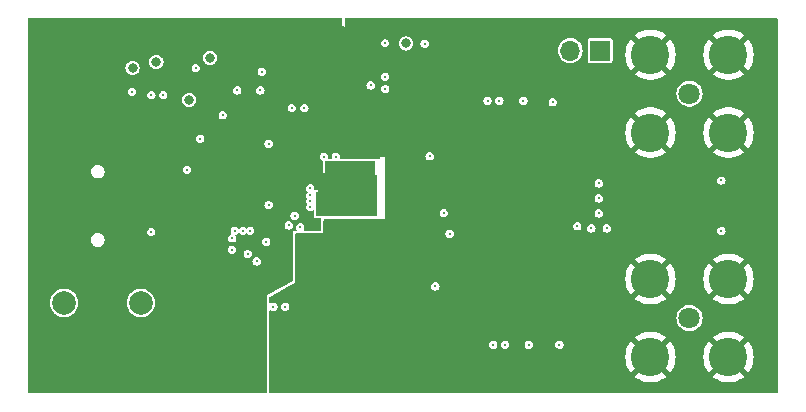
<source format=gbr>
%TF.GenerationSoftware,KiCad,Pcbnew,7.0.7*%
%TF.CreationDate,2024-02-05T21:16:27-08:00*%
%TF.ProjectId,Bandit_Dev_Platform,42616e64-6974-45f4-9465-765f506c6174,rev?*%
%TF.SameCoordinates,Original*%
%TF.FileFunction,Copper,L3,Inr*%
%TF.FilePolarity,Positive*%
%FSLAX46Y46*%
G04 Gerber Fmt 4.6, Leading zero omitted, Abs format (unit mm)*
G04 Created by KiCad (PCBNEW 7.0.7) date 2024-02-05 21:16:27*
%MOMM*%
%LPD*%
G01*
G04 APERTURE LIST*
%TA.AperFunction,ComponentPad*%
%ADD10O,2.100000X1.000000*%
%TD*%
%TA.AperFunction,ComponentPad*%
%ADD11O,1.800000X1.000000*%
%TD*%
%TA.AperFunction,ComponentPad*%
%ADD12C,1.800000*%
%TD*%
%TA.AperFunction,ComponentPad*%
%ADD13C,3.250000*%
%TD*%
%TA.AperFunction,ComponentPad*%
%ADD14R,1.700000X1.700000*%
%TD*%
%TA.AperFunction,ComponentPad*%
%ADD15O,1.700000X1.700000*%
%TD*%
%TA.AperFunction,ComponentPad*%
%ADD16C,2.000000*%
%TD*%
%TA.AperFunction,ViaPad*%
%ADD17C,0.300000*%
%TD*%
%TA.AperFunction,ViaPad*%
%ADD18C,0.800000*%
%TD*%
%TA.AperFunction,Conductor*%
%ADD19C,0.500000*%
%TD*%
%TA.AperFunction,Conductor*%
%ADD20C,1.500000*%
%TD*%
G04 APERTURE END LIST*
D10*
%TO.N,GND*%
%TO.C,P1*%
X26405000Y-31550000D03*
D11*
X22225000Y-31550000D03*
D10*
X26405000Y-40190000D03*
D11*
X22225000Y-40190000D03*
%TD*%
D12*
%TO.N,/WGN_OUT_PORT*%
%TO.C,J6*%
X76000000Y-26375000D03*
D13*
%TO.N,GND*%
X72700000Y-23075000D03*
X72700000Y-29675000D03*
X79300000Y-23075000D03*
X79300000Y-29675000D03*
%TD*%
D14*
%TO.N,/WGN_OUT_PORT*%
%TO.C,J12*%
X68440000Y-22725000D03*
D15*
%TO.N,/WGN_OUT*%
X65900000Y-22725000D03*
%TD*%
D12*
%TO.N,Net-(J2-In)*%
%TO.C,J5*%
X76000000Y-45375000D03*
D13*
%TO.N,GND*%
X72700000Y-42075000D03*
X72700000Y-48675000D03*
X79300000Y-42075000D03*
X79300000Y-48675000D03*
%TD*%
D16*
%TO.N,Net-(SW1-A)*%
%TO.C,SW1*%
X23050000Y-44100000D03*
X29550000Y-44100000D03*
%TO.N,GND*%
X23050000Y-48600000D03*
X29550000Y-48600000D03*
%TD*%
D17*
%TO.N,VDDA*%
X53575000Y-22145000D03*
X50225000Y-22095000D03*
%TO.N,+3V3*%
X42335523Y-27600000D03*
X43400000Y-27600000D03*
X36480000Y-28200000D03*
X33460000Y-32810000D03*
X34570000Y-30180000D03*
X40367500Y-30600000D03*
X45050000Y-31710000D03*
X37260000Y-39600000D03*
X30450000Y-26490000D03*
X46050000Y-31710000D03*
D18*
X33642500Y-26890000D03*
X35400000Y-23350000D03*
D17*
X30420589Y-38090589D03*
D18*
X30862500Y-23700000D03*
D17*
X37280000Y-38620000D03*
X31450000Y-26490000D03*
X40367500Y-35800000D03*
D18*
X28850000Y-24200000D03*
D17*
X28800000Y-26200000D03*
D18*
%TO.N,GND*%
X52025000Y-24025000D03*
D17*
X77600000Y-33730000D03*
X41770000Y-45380000D03*
X23340000Y-26450000D03*
X48220000Y-35410000D03*
D18*
X28300000Y-39400000D03*
D17*
X27300000Y-39100000D03*
X77600000Y-38000000D03*
X53575000Y-23105000D03*
X61939800Y-26022600D03*
X61000000Y-26020000D03*
D18*
X29400000Y-41825000D03*
X51175000Y-28425000D03*
D17*
X31850000Y-38210000D03*
X47310000Y-40480000D03*
X46470000Y-34080000D03*
X32350000Y-38750000D03*
X32500000Y-32810000D03*
D18*
X28300000Y-32500000D03*
X59390200Y-42622500D03*
D17*
X42000000Y-34400000D03*
D18*
X27500000Y-28100000D03*
D17*
X61557100Y-36454600D03*
D18*
X40400000Y-32100000D03*
D17*
X46920000Y-34430000D03*
D18*
X38400000Y-34100000D03*
D17*
X59390200Y-48602500D03*
X30530000Y-25500000D03*
X34530000Y-28170000D03*
X40770000Y-45380000D03*
D18*
X48750000Y-27225000D03*
D17*
X58290200Y-48602500D03*
X50225000Y-23055000D03*
D18*
X40200000Y-34100000D03*
D17*
X31530000Y-25500000D03*
X62190200Y-38142500D03*
D18*
X29200000Y-29775000D03*
D17*
X27300000Y-32700000D03*
D18*
X45175000Y-27487500D03*
D17*
X62390200Y-48602500D03*
X31099411Y-38769411D03*
X48820000Y-32700000D03*
X48310000Y-39610000D03*
D18*
X37134668Y-42178675D03*
D17*
X44050000Y-31060000D03*
X57730700Y-26020000D03*
X60630000Y-36454600D03*
X46050000Y-30750000D03*
X44375000Y-23055000D03*
X58763100Y-36480000D03*
X51205000Y-25975000D03*
D18*
X40300000Y-42240000D03*
D17*
X60390200Y-48602500D03*
D18*
X43170000Y-41600000D03*
D17*
X49120000Y-36140000D03*
X23340000Y-25400000D03*
X59490200Y-38242500D03*
X26800000Y-32700000D03*
X58900000Y-26020000D03*
D18*
X30100000Y-28100000D03*
D17*
X34570000Y-29220000D03*
D18*
X60390200Y-42622500D03*
D17*
X36480000Y-27240000D03*
X23340000Y-24350000D03*
X32970000Y-37070000D03*
X47310000Y-41370000D03*
D18*
X58900000Y-32000000D03*
X38400000Y-32200000D03*
X71700000Y-33500000D03*
D17*
X32490000Y-30900000D03*
D18*
X41825000Y-24025000D03*
D17*
X32670589Y-34599411D03*
D18*
X26950000Y-24200000D03*
X44506500Y-23793500D03*
D17*
X50225000Y-23995000D03*
X33630000Y-37700000D03*
X32490000Y-29900000D03*
X61450200Y-48602500D03*
D18*
X59900000Y-32000000D03*
X43170000Y-40300000D03*
D17*
X36300000Y-39600000D03*
X31280589Y-34529411D03*
X66500000Y-36620000D03*
X65500000Y-36420000D03*
D18*
X72500000Y-33100000D03*
D17*
X48275000Y-30505000D03*
X61190200Y-38142500D03*
X40200000Y-27500000D03*
X45050000Y-30750000D03*
X36320000Y-38620000D03*
X44930000Y-35600000D03*
X26800000Y-39100000D03*
X59900000Y-26020000D03*
X43375000Y-23055000D03*
X46010000Y-33710000D03*
X48670000Y-35780000D03*
X48310000Y-42190000D03*
X42000000Y-34000000D03*
%TO.N,VDDA*%
X50245000Y-25975000D03*
X41770000Y-44420000D03*
X78700000Y-38000000D03*
X67700000Y-37780000D03*
D18*
X52025000Y-22125000D03*
D17*
X58900000Y-26980000D03*
X59900000Y-26980000D03*
X66500000Y-37600000D03*
X49000000Y-25675000D03*
X78700000Y-33730000D03*
X50225000Y-24955000D03*
X60390200Y-47642500D03*
X69000000Y-37780000D03*
X59390200Y-47642500D03*
X40770000Y-44420000D03*
%TO.N,Net-(U10A-+)*%
X64427300Y-27094700D03*
X61939800Y-26982600D03*
%TO.N,Net-(C39-Pad2)*%
X54000600Y-31680900D03*
X55194400Y-36480000D03*
%TO.N,Net-(C40-Pad2)*%
X55690200Y-38242500D03*
X54490200Y-42697500D03*
%TO.N,Net-(U9B-+)*%
X62390200Y-47642500D03*
X64990200Y-47632500D03*
%TO.N,/LED_B*%
X39795000Y-24535000D03*
X43906597Y-34978940D03*
%TO.N,/LED_G*%
X39670000Y-26100000D03*
X43900079Y-35478400D03*
%TO.N,/LED_R*%
X43899956Y-35977902D03*
X37710000Y-26100000D03*
%TO.N,/USER_LED*%
X34200000Y-24210000D03*
X43886905Y-34400000D03*
%TO.N,/ADC_SDI*%
X40170000Y-38900000D03*
X38798074Y-37971925D03*
%TO.N,/ADC_CSN*%
X37500000Y-37990000D03*
X38600000Y-39950000D03*
%TO.N,/ADC_SCK*%
X39350000Y-40585000D03*
X38193262Y-38002803D03*
%TO.N,/~{PGA_CS}*%
X68325000Y-33970000D03*
X43044500Y-37706525D03*
%TO.N,/PGA_SCK*%
X68325000Y-36510000D03*
X42071896Y-37537358D03*
%TO.N,/PGA_SI*%
X42570000Y-36700000D03*
X68325000Y-35240000D03*
%TD*%
D19*
%TO.N,GND*%
X50050000Y-29800000D02*
X50050000Y-30450000D01*
X50050000Y-30450000D02*
X50600000Y-31000000D01*
X49950000Y-29800000D02*
X50050000Y-29800000D01*
X49950000Y-28650000D02*
X49950000Y-29800000D01*
X46700000Y-28650000D02*
X49950000Y-28650000D01*
X49950000Y-28650000D02*
X50075000Y-28775000D01*
X46700000Y-20900000D02*
X46700000Y-28650000D01*
D20*
X50600000Y-31000000D02*
X50700000Y-31100000D01*
X49300000Y-31000000D02*
X50600000Y-31000000D01*
%TD*%
%TA.AperFunction,Conductor*%
%TO.N,GND*%
G36*
X83442539Y-20020185D02*
G01*
X83488294Y-20072989D01*
X83499500Y-20124500D01*
X83499500Y-51625500D01*
X83479815Y-51692539D01*
X83427011Y-51738294D01*
X83375500Y-51749500D01*
X40524000Y-51749500D01*
X40456961Y-51729815D01*
X40411206Y-51677011D01*
X40400000Y-51625500D01*
X40400000Y-48675000D01*
X70570035Y-48675000D01*
X70589873Y-48965024D01*
X70649020Y-49249660D01*
X70649021Y-49249663D01*
X70746371Y-49523578D01*
X70880114Y-49781691D01*
X71028929Y-49992515D01*
X71660554Y-49360891D01*
X71721877Y-49327406D01*
X71791568Y-49332390D01*
X71847502Y-49374261D01*
X71849242Y-49376644D01*
X71864893Y-49398623D01*
X71864900Y-49398631D01*
X72011041Y-49537975D01*
X72045977Y-49598483D01*
X72042652Y-49668274D01*
X72013153Y-49715399D01*
X71384428Y-50344123D01*
X71471694Y-50415119D01*
X71720073Y-50566161D01*
X71986714Y-50681981D01*
X72266639Y-50760413D01*
X72266646Y-50760414D01*
X72554645Y-50800000D01*
X72845355Y-50800000D01*
X73133353Y-50760414D01*
X73133360Y-50760413D01*
X73413285Y-50681981D01*
X73679926Y-50566161D01*
X73928305Y-50415119D01*
X74015570Y-50344123D01*
X73384234Y-49712787D01*
X73350749Y-49651464D01*
X73355733Y-49581772D01*
X73395263Y-49527636D01*
X73462540Y-49474729D01*
X73556722Y-49366036D01*
X73615497Y-49328264D01*
X73685367Y-49328264D01*
X73738114Y-49359560D01*
X74371069Y-49992516D01*
X74371070Y-49992515D01*
X74519878Y-49781703D01*
X74519882Y-49781697D01*
X74653628Y-49523578D01*
X74750978Y-49249663D01*
X74750979Y-49249660D01*
X74810126Y-48965024D01*
X74829964Y-48675000D01*
X77170035Y-48675000D01*
X77189873Y-48965024D01*
X77249020Y-49249660D01*
X77249021Y-49249663D01*
X77346371Y-49523578D01*
X77480114Y-49781691D01*
X77628929Y-49992515D01*
X78260554Y-49360891D01*
X78321877Y-49327406D01*
X78391568Y-49332390D01*
X78447502Y-49374261D01*
X78449242Y-49376644D01*
X78464893Y-49398623D01*
X78464900Y-49398631D01*
X78611041Y-49537975D01*
X78645977Y-49598483D01*
X78642652Y-49668274D01*
X78613153Y-49715399D01*
X77984428Y-50344123D01*
X78071694Y-50415119D01*
X78320073Y-50566161D01*
X78586714Y-50681981D01*
X78866639Y-50760413D01*
X78866646Y-50760414D01*
X79154645Y-50800000D01*
X79445355Y-50800000D01*
X79733353Y-50760414D01*
X79733360Y-50760413D01*
X80013285Y-50681981D01*
X80279926Y-50566161D01*
X80528305Y-50415119D01*
X80615570Y-50344123D01*
X79984234Y-49712787D01*
X79950749Y-49651464D01*
X79955733Y-49581772D01*
X79995263Y-49527636D01*
X80062540Y-49474729D01*
X80156722Y-49366036D01*
X80215497Y-49328264D01*
X80285367Y-49328264D01*
X80338114Y-49359560D01*
X80971070Y-49992516D01*
X80971070Y-49992515D01*
X81119878Y-49781703D01*
X81119882Y-49781697D01*
X81253628Y-49523578D01*
X81350978Y-49249663D01*
X81350979Y-49249660D01*
X81410126Y-48965024D01*
X81429964Y-48675000D01*
X81410126Y-48384975D01*
X81350979Y-48100339D01*
X81350978Y-48100336D01*
X81253628Y-47826421D01*
X81119882Y-47568302D01*
X81119878Y-47568296D01*
X80971069Y-47357482D01*
X80339444Y-47989107D01*
X80278121Y-48022592D01*
X80208429Y-48017608D01*
X80152496Y-47975736D01*
X80150755Y-47973352D01*
X80135108Y-47951378D01*
X80135104Y-47951374D01*
X80112263Y-47929595D01*
X79988954Y-47812021D01*
X79954021Y-47751515D01*
X79957346Y-47681724D01*
X79986845Y-47634599D01*
X80615570Y-47005875D01*
X80528315Y-46934887D01*
X80528304Y-46934880D01*
X80279926Y-46783838D01*
X80013285Y-46668018D01*
X79733360Y-46589586D01*
X79733353Y-46589585D01*
X79445355Y-46550000D01*
X79154645Y-46550000D01*
X78866646Y-46589585D01*
X78866639Y-46589586D01*
X78586714Y-46668018D01*
X78320073Y-46783838D01*
X78071693Y-46934881D01*
X78071682Y-46934889D01*
X77984428Y-47005875D01*
X78615765Y-47637212D01*
X78649250Y-47698535D01*
X78644266Y-47768227D01*
X78604737Y-47822363D01*
X78537458Y-47875272D01*
X78537453Y-47875277D01*
X78443278Y-47983960D01*
X78384500Y-48021734D01*
X78314630Y-48021734D01*
X78261885Y-47990438D01*
X77628930Y-47357483D01*
X77480114Y-47568308D01*
X77346371Y-47826421D01*
X77249021Y-48100336D01*
X77249020Y-48100339D01*
X77189873Y-48384975D01*
X77170035Y-48675000D01*
X74829964Y-48675000D01*
X74810126Y-48384975D01*
X74750979Y-48100339D01*
X74750978Y-48100336D01*
X74653628Y-47826421D01*
X74519882Y-47568302D01*
X74519878Y-47568296D01*
X74371069Y-47357482D01*
X73739444Y-47989107D01*
X73678121Y-48022592D01*
X73608429Y-48017608D01*
X73552496Y-47975736D01*
X73550755Y-47973352D01*
X73535108Y-47951378D01*
X73535104Y-47951374D01*
X73512263Y-47929595D01*
X73388954Y-47812021D01*
X73354021Y-47751515D01*
X73357346Y-47681724D01*
X73386845Y-47634599D01*
X74015570Y-47005875D01*
X73928315Y-46934887D01*
X73928304Y-46934880D01*
X73679926Y-46783838D01*
X73413285Y-46668018D01*
X73133360Y-46589586D01*
X73133353Y-46589585D01*
X72845355Y-46550000D01*
X72554645Y-46550000D01*
X72266646Y-46589585D01*
X72266639Y-46589586D01*
X71986714Y-46668018D01*
X71720073Y-46783838D01*
X71471693Y-46934881D01*
X71471682Y-46934889D01*
X71384428Y-47005875D01*
X72015765Y-47637212D01*
X72049250Y-47698535D01*
X72044266Y-47768227D01*
X72004737Y-47822363D01*
X71937458Y-47875272D01*
X71937453Y-47875277D01*
X71843278Y-47983960D01*
X71784500Y-48021734D01*
X71714630Y-48021734D01*
X71661885Y-47990438D01*
X71028930Y-47357483D01*
X70880114Y-47568308D01*
X70746371Y-47826421D01*
X70649021Y-48100336D01*
X70649020Y-48100339D01*
X70589873Y-48384975D01*
X70570035Y-48675000D01*
X40400000Y-48675000D01*
X40400000Y-47642502D01*
X59035331Y-47642502D01*
X59052698Y-47752158D01*
X59103104Y-47851085D01*
X59103109Y-47851092D01*
X59181607Y-47929590D01*
X59181610Y-47929592D01*
X59181613Y-47929595D01*
X59272170Y-47975736D01*
X59280541Y-47980001D01*
X59390198Y-47997369D01*
X59390200Y-47997369D01*
X59390202Y-47997369D01*
X59499858Y-47980001D01*
X59499859Y-47980000D01*
X59499861Y-47980000D01*
X59598787Y-47929595D01*
X59677295Y-47851087D01*
X59727700Y-47752161D01*
X59727700Y-47752159D01*
X59727701Y-47752158D01*
X59745069Y-47642502D01*
X60035331Y-47642502D01*
X60052698Y-47752158D01*
X60103104Y-47851085D01*
X60103109Y-47851092D01*
X60181607Y-47929590D01*
X60181610Y-47929592D01*
X60181613Y-47929595D01*
X60272170Y-47975736D01*
X60280541Y-47980001D01*
X60390198Y-47997369D01*
X60390200Y-47997369D01*
X60390202Y-47997369D01*
X60499858Y-47980001D01*
X60499859Y-47980000D01*
X60499861Y-47980000D01*
X60598787Y-47929595D01*
X60677295Y-47851087D01*
X60727700Y-47752161D01*
X60727700Y-47752159D01*
X60727701Y-47752158D01*
X60745069Y-47642502D01*
X62035331Y-47642502D01*
X62052698Y-47752158D01*
X62103104Y-47851085D01*
X62103109Y-47851092D01*
X62181607Y-47929590D01*
X62181610Y-47929592D01*
X62181613Y-47929595D01*
X62272170Y-47975736D01*
X62280541Y-47980001D01*
X62390198Y-47997369D01*
X62390200Y-47997369D01*
X62390202Y-47997369D01*
X62499858Y-47980001D01*
X62499859Y-47980000D01*
X62499861Y-47980000D01*
X62598787Y-47929595D01*
X62677295Y-47851087D01*
X62727700Y-47752161D01*
X62727700Y-47752159D01*
X62727701Y-47752158D01*
X62745069Y-47642502D01*
X62745069Y-47642497D01*
X62743486Y-47632502D01*
X64635331Y-47632502D01*
X64652698Y-47742158D01*
X64703104Y-47841085D01*
X64703109Y-47841092D01*
X64781607Y-47919590D01*
X64781610Y-47919592D01*
X64781613Y-47919595D01*
X64843991Y-47951378D01*
X64880541Y-47970001D01*
X64990198Y-47987369D01*
X64990200Y-47987369D01*
X64990202Y-47987369D01*
X65099858Y-47970001D01*
X65099859Y-47970000D01*
X65099861Y-47970000D01*
X65198787Y-47919595D01*
X65277295Y-47841087D01*
X65327700Y-47742161D01*
X65327700Y-47742159D01*
X65327701Y-47742158D01*
X65345069Y-47632502D01*
X65345069Y-47632497D01*
X65327701Y-47522841D01*
X65327700Y-47522839D01*
X65277295Y-47423913D01*
X65277292Y-47423910D01*
X65277290Y-47423907D01*
X65198792Y-47345409D01*
X65198788Y-47345406D01*
X65198787Y-47345405D01*
X65194943Y-47343446D01*
X65099858Y-47294998D01*
X64990202Y-47277631D01*
X64990198Y-47277631D01*
X64880541Y-47294998D01*
X64781614Y-47345404D01*
X64781607Y-47345409D01*
X64703109Y-47423907D01*
X64703104Y-47423914D01*
X64652698Y-47522841D01*
X64635331Y-47632497D01*
X64635331Y-47632502D01*
X62743486Y-47632502D01*
X62727701Y-47532841D01*
X62722605Y-47522839D01*
X62677295Y-47433913D01*
X62677292Y-47433910D01*
X62677290Y-47433907D01*
X62598792Y-47355409D01*
X62598788Y-47355406D01*
X62598787Y-47355405D01*
X62579159Y-47345404D01*
X62499858Y-47304998D01*
X62390202Y-47287631D01*
X62390198Y-47287631D01*
X62280541Y-47304998D01*
X62181614Y-47355404D01*
X62181607Y-47355409D01*
X62103109Y-47433907D01*
X62103104Y-47433914D01*
X62052698Y-47532841D01*
X62035331Y-47642497D01*
X62035331Y-47642502D01*
X60745069Y-47642502D01*
X60745069Y-47642497D01*
X60727701Y-47532841D01*
X60722605Y-47522839D01*
X60677295Y-47433913D01*
X60677292Y-47433910D01*
X60677290Y-47433907D01*
X60598792Y-47355409D01*
X60598788Y-47355406D01*
X60598787Y-47355405D01*
X60579159Y-47345404D01*
X60499858Y-47304998D01*
X60390202Y-47287631D01*
X60390198Y-47287631D01*
X60280541Y-47304998D01*
X60181614Y-47355404D01*
X60181607Y-47355409D01*
X60103109Y-47433907D01*
X60103104Y-47433914D01*
X60052698Y-47532841D01*
X60035331Y-47642497D01*
X60035331Y-47642502D01*
X59745069Y-47642502D01*
X59745069Y-47642497D01*
X59727701Y-47532841D01*
X59722605Y-47522839D01*
X59677295Y-47433913D01*
X59677292Y-47433910D01*
X59677290Y-47433907D01*
X59598792Y-47355409D01*
X59598788Y-47355406D01*
X59598787Y-47355405D01*
X59579159Y-47345404D01*
X59499858Y-47304998D01*
X59390202Y-47287631D01*
X59390198Y-47287631D01*
X59280541Y-47304998D01*
X59181614Y-47355404D01*
X59181607Y-47355409D01*
X59103109Y-47433907D01*
X59103104Y-47433914D01*
X59052698Y-47532841D01*
X59035331Y-47642497D01*
X59035331Y-47642502D01*
X40400000Y-47642502D01*
X40400000Y-45375000D01*
X74894785Y-45375000D01*
X74913602Y-45578082D01*
X74969417Y-45774247D01*
X74969422Y-45774260D01*
X75060327Y-45956821D01*
X75183237Y-46119581D01*
X75333958Y-46256980D01*
X75333960Y-46256982D01*
X75433141Y-46318392D01*
X75507363Y-46364348D01*
X75697544Y-46438024D01*
X75898024Y-46475500D01*
X75898026Y-46475500D01*
X76101974Y-46475500D01*
X76101976Y-46475500D01*
X76302456Y-46438024D01*
X76492637Y-46364348D01*
X76666041Y-46256981D01*
X76816764Y-46119579D01*
X76939673Y-45956821D01*
X77030582Y-45774250D01*
X77086397Y-45578083D01*
X77105215Y-45375000D01*
X77086397Y-45171917D01*
X77030582Y-44975750D01*
X76939673Y-44793179D01*
X76816764Y-44630421D01*
X76816762Y-44630418D01*
X76666041Y-44493019D01*
X76666039Y-44493017D01*
X76492642Y-44385655D01*
X76492635Y-44385651D01*
X76397546Y-44348814D01*
X76302456Y-44311976D01*
X76101976Y-44274500D01*
X75898024Y-44274500D01*
X75697544Y-44311976D01*
X75697541Y-44311976D01*
X75697541Y-44311977D01*
X75507364Y-44385651D01*
X75507357Y-44385655D01*
X75333960Y-44493017D01*
X75333958Y-44493019D01*
X75183237Y-44630418D01*
X75060327Y-44793178D01*
X74969422Y-44975739D01*
X74969417Y-44975752D01*
X74913602Y-45171917D01*
X74894785Y-45374999D01*
X74894785Y-45375000D01*
X40400000Y-45375000D01*
X40400000Y-44827200D01*
X40419685Y-44760161D01*
X40472489Y-44714406D01*
X40541647Y-44704462D01*
X40580290Y-44716713D01*
X40660339Y-44757500D01*
X40660341Y-44757500D01*
X40660343Y-44757501D01*
X40769998Y-44774869D01*
X40770000Y-44774869D01*
X40770002Y-44774869D01*
X40879658Y-44757501D01*
X40879659Y-44757500D01*
X40879661Y-44757500D01*
X40978587Y-44707095D01*
X41057095Y-44628587D01*
X41107500Y-44529661D01*
X41107500Y-44529659D01*
X41107501Y-44529658D01*
X41124869Y-44420002D01*
X41415131Y-44420002D01*
X41432498Y-44529658D01*
X41482904Y-44628585D01*
X41482909Y-44628592D01*
X41561407Y-44707090D01*
X41561410Y-44707092D01*
X41561413Y-44707095D01*
X41660339Y-44757500D01*
X41660341Y-44757501D01*
X41769998Y-44774869D01*
X41770000Y-44774869D01*
X41770002Y-44774869D01*
X41879658Y-44757501D01*
X41879659Y-44757500D01*
X41879661Y-44757500D01*
X41978587Y-44707095D01*
X42057095Y-44628587D01*
X42107500Y-44529661D01*
X42107500Y-44529659D01*
X42107501Y-44529658D01*
X42124869Y-44420002D01*
X42124869Y-44419997D01*
X42107501Y-44310341D01*
X42089239Y-44274500D01*
X42057095Y-44211413D01*
X42057092Y-44211410D01*
X42057090Y-44211407D01*
X41978592Y-44132909D01*
X41978588Y-44132906D01*
X41978587Y-44132905D01*
X41933443Y-44109903D01*
X41879658Y-44082498D01*
X41770002Y-44065131D01*
X41769998Y-44065131D01*
X41660341Y-44082498D01*
X41561414Y-44132904D01*
X41561407Y-44132909D01*
X41482909Y-44211407D01*
X41482904Y-44211414D01*
X41432498Y-44310341D01*
X41415131Y-44419997D01*
X41415131Y-44420002D01*
X41124869Y-44420002D01*
X41124869Y-44419997D01*
X41107501Y-44310341D01*
X41089239Y-44274500D01*
X41057095Y-44211413D01*
X41057092Y-44211410D01*
X41057090Y-44211407D01*
X40978592Y-44132909D01*
X40978588Y-44132906D01*
X40978587Y-44132905D01*
X40933443Y-44109903D01*
X40879658Y-44082498D01*
X40770002Y-44065131D01*
X40769998Y-44065131D01*
X40660341Y-44082498D01*
X40580294Y-44123284D01*
X40511624Y-44136180D01*
X40446884Y-44109903D01*
X40406628Y-44052796D01*
X40400000Y-44012799D01*
X40400000Y-43673610D01*
X40419685Y-43606571D01*
X40464620Y-43564752D01*
X42054579Y-42697502D01*
X54135331Y-42697502D01*
X54152698Y-42807158D01*
X54203104Y-42906085D01*
X54203109Y-42906092D01*
X54281607Y-42984590D01*
X54281610Y-42984592D01*
X54281613Y-42984595D01*
X54320854Y-43004589D01*
X54380541Y-43035001D01*
X54490198Y-43052369D01*
X54490200Y-43052369D01*
X54490202Y-43052369D01*
X54599858Y-43035001D01*
X54599859Y-43035000D01*
X54599861Y-43035000D01*
X54698787Y-42984595D01*
X54777295Y-42906087D01*
X54827700Y-42807161D01*
X54827700Y-42807159D01*
X54827701Y-42807158D01*
X54845069Y-42697502D01*
X54845069Y-42697497D01*
X54827701Y-42587841D01*
X54827700Y-42587839D01*
X54777295Y-42488913D01*
X54777292Y-42488910D01*
X54777290Y-42488907D01*
X54698792Y-42410409D01*
X54698788Y-42410406D01*
X54698787Y-42410405D01*
X54678366Y-42400000D01*
X54599858Y-42359998D01*
X54490202Y-42342631D01*
X54490198Y-42342631D01*
X54380541Y-42359998D01*
X54281614Y-42410404D01*
X54281607Y-42410409D01*
X54203109Y-42488907D01*
X54203104Y-42488914D01*
X54152698Y-42587841D01*
X54135331Y-42697497D01*
X54135331Y-42697502D01*
X42054579Y-42697502D01*
X42600000Y-42400000D01*
X42600000Y-42074999D01*
X70570035Y-42074999D01*
X70589873Y-42365024D01*
X70649020Y-42649660D01*
X70649021Y-42649663D01*
X70746371Y-42923578D01*
X70880114Y-43181691D01*
X71028929Y-43392515D01*
X71660554Y-42760891D01*
X71721877Y-42727406D01*
X71791568Y-42732390D01*
X71847502Y-42774261D01*
X71849242Y-42776644D01*
X71864893Y-42798623D01*
X71864900Y-42798631D01*
X72011041Y-42937975D01*
X72045977Y-42998483D01*
X72042652Y-43068274D01*
X72013153Y-43115399D01*
X71384428Y-43744123D01*
X71471694Y-43815119D01*
X71720073Y-43966161D01*
X71986714Y-44081981D01*
X72266639Y-44160413D01*
X72266646Y-44160414D01*
X72554645Y-44200000D01*
X72845355Y-44200000D01*
X73133353Y-44160414D01*
X73133360Y-44160413D01*
X73413285Y-44081981D01*
X73679926Y-43966161D01*
X73928305Y-43815119D01*
X74015570Y-43744123D01*
X73384234Y-43112787D01*
X73350749Y-43051464D01*
X73355733Y-42981772D01*
X73395263Y-42927636D01*
X73462540Y-42874729D01*
X73556722Y-42766036D01*
X73615497Y-42728264D01*
X73685367Y-42728264D01*
X73738114Y-42759560D01*
X74371069Y-43392516D01*
X74371070Y-43392515D01*
X74519878Y-43181703D01*
X74519882Y-43181697D01*
X74653628Y-42923578D01*
X74750978Y-42649663D01*
X74750979Y-42649660D01*
X74810126Y-42365024D01*
X74829964Y-42075000D01*
X77170035Y-42075000D01*
X77189873Y-42365024D01*
X77249020Y-42649660D01*
X77249021Y-42649663D01*
X77346371Y-42923578D01*
X77480114Y-43181691D01*
X77628929Y-43392515D01*
X78260554Y-42760891D01*
X78321877Y-42727406D01*
X78391568Y-42732390D01*
X78447502Y-42774261D01*
X78449242Y-42776644D01*
X78464893Y-42798623D01*
X78464900Y-42798631D01*
X78611041Y-42937975D01*
X78645977Y-42998483D01*
X78642652Y-43068274D01*
X78613153Y-43115399D01*
X77984428Y-43744123D01*
X78071694Y-43815119D01*
X78320073Y-43966161D01*
X78586714Y-44081981D01*
X78866639Y-44160413D01*
X78866646Y-44160414D01*
X79154645Y-44200000D01*
X79445355Y-44200000D01*
X79733353Y-44160414D01*
X79733360Y-44160413D01*
X80013285Y-44081981D01*
X80279926Y-43966161D01*
X80528305Y-43815119D01*
X80615570Y-43744123D01*
X79984234Y-43112787D01*
X79950749Y-43051464D01*
X79955733Y-42981772D01*
X79995263Y-42927636D01*
X80062540Y-42874729D01*
X80156722Y-42766036D01*
X80215497Y-42728264D01*
X80285367Y-42728264D01*
X80338114Y-42759560D01*
X80971070Y-43392516D01*
X80971070Y-43392515D01*
X81119878Y-43181703D01*
X81119882Y-43181697D01*
X81253628Y-42923578D01*
X81350978Y-42649663D01*
X81350979Y-42649660D01*
X81410126Y-42365024D01*
X81429964Y-42074999D01*
X81410126Y-41784975D01*
X81350979Y-41500339D01*
X81350978Y-41500336D01*
X81253628Y-41226421D01*
X81119882Y-40968302D01*
X81119878Y-40968296D01*
X80971069Y-40757482D01*
X80339444Y-41389107D01*
X80278121Y-41422592D01*
X80208429Y-41417608D01*
X80152496Y-41375736D01*
X80150755Y-41373352D01*
X80135108Y-41351378D01*
X80135104Y-41351374D01*
X80119900Y-41336877D01*
X79988954Y-41212021D01*
X79954021Y-41151515D01*
X79957346Y-41081724D01*
X79986845Y-41034599D01*
X80615570Y-40405875D01*
X80528315Y-40334887D01*
X80528304Y-40334880D01*
X80279926Y-40183838D01*
X80013285Y-40068018D01*
X79733360Y-39989586D01*
X79733353Y-39989585D01*
X79445355Y-39950000D01*
X79154645Y-39950000D01*
X78866646Y-39989585D01*
X78866639Y-39989586D01*
X78586714Y-40068018D01*
X78320073Y-40183838D01*
X78071693Y-40334881D01*
X78071682Y-40334889D01*
X77984428Y-40405875D01*
X78615765Y-41037212D01*
X78649250Y-41098535D01*
X78644266Y-41168227D01*
X78604737Y-41222363D01*
X78537458Y-41275272D01*
X78537453Y-41275277D01*
X78443278Y-41383960D01*
X78384500Y-41421734D01*
X78314630Y-41421734D01*
X78261885Y-41390438D01*
X77628930Y-40757483D01*
X77480114Y-40968308D01*
X77346371Y-41226421D01*
X77249021Y-41500336D01*
X77249020Y-41500339D01*
X77189873Y-41784975D01*
X77170035Y-42075000D01*
X74829964Y-42075000D01*
X74810126Y-41784975D01*
X74750979Y-41500339D01*
X74750978Y-41500336D01*
X74653628Y-41226421D01*
X74519882Y-40968302D01*
X74519878Y-40968296D01*
X74371069Y-40757482D01*
X73739444Y-41389107D01*
X73678121Y-41422592D01*
X73608429Y-41417608D01*
X73552496Y-41375736D01*
X73550755Y-41373352D01*
X73535108Y-41351378D01*
X73535104Y-41351374D01*
X73519900Y-41336877D01*
X73388954Y-41212021D01*
X73354021Y-41151515D01*
X73357346Y-41081724D01*
X73386845Y-41034599D01*
X74015570Y-40405875D01*
X73928315Y-40334887D01*
X73928304Y-40334880D01*
X73679926Y-40183838D01*
X73413285Y-40068018D01*
X73133360Y-39989586D01*
X73133353Y-39989585D01*
X72845355Y-39950000D01*
X72554645Y-39950000D01*
X72266646Y-39989585D01*
X72266639Y-39989586D01*
X71986714Y-40068018D01*
X71720073Y-40183838D01*
X71471693Y-40334881D01*
X71471682Y-40334889D01*
X71384428Y-40405875D01*
X72015765Y-41037212D01*
X72049250Y-41098535D01*
X72044266Y-41168227D01*
X72004737Y-41222363D01*
X71937458Y-41275272D01*
X71937453Y-41275277D01*
X71843278Y-41383960D01*
X71784500Y-41421734D01*
X71714630Y-41421734D01*
X71661885Y-41390438D01*
X71028930Y-40757483D01*
X70880114Y-40968308D01*
X70746371Y-41226421D01*
X70649021Y-41500336D01*
X70649020Y-41500339D01*
X70589873Y-41784975D01*
X70570035Y-42074999D01*
X42600000Y-42074999D01*
X42600000Y-38324000D01*
X42619685Y-38256961D01*
X42636372Y-38242502D01*
X55335331Y-38242502D01*
X55352698Y-38352158D01*
X55403104Y-38451085D01*
X55403109Y-38451092D01*
X55481607Y-38529590D01*
X55481610Y-38529592D01*
X55481613Y-38529595D01*
X55546193Y-38562500D01*
X55580541Y-38580001D01*
X55690198Y-38597369D01*
X55690200Y-38597369D01*
X55690202Y-38597369D01*
X55799858Y-38580001D01*
X55799859Y-38580000D01*
X55799861Y-38580000D01*
X55898787Y-38529595D01*
X55977295Y-38451087D01*
X56027700Y-38352161D01*
X56027700Y-38352159D01*
X56027701Y-38352158D01*
X56045069Y-38242502D01*
X56045069Y-38242497D01*
X56027701Y-38132841D01*
X55982447Y-38044025D01*
X55977295Y-38033913D01*
X55977292Y-38033910D01*
X55977290Y-38033907D01*
X55898792Y-37955409D01*
X55898788Y-37955406D01*
X55898787Y-37955405D01*
X55894943Y-37953446D01*
X55799858Y-37904998D01*
X55690202Y-37887631D01*
X55690198Y-37887631D01*
X55580541Y-37904998D01*
X55481614Y-37955404D01*
X55481607Y-37955409D01*
X55403109Y-38033907D01*
X55403104Y-38033914D01*
X55352698Y-38132841D01*
X55335331Y-38242497D01*
X55335331Y-38242502D01*
X42636372Y-38242502D01*
X42672489Y-38211206D01*
X42724000Y-38200000D01*
X45000000Y-38200000D01*
X45000000Y-37600002D01*
X66145131Y-37600002D01*
X66162498Y-37709658D01*
X66212904Y-37808585D01*
X66212909Y-37808592D01*
X66291407Y-37887090D01*
X66291410Y-37887092D01*
X66291413Y-37887095D01*
X66326550Y-37904998D01*
X66390341Y-37937501D01*
X66499998Y-37954869D01*
X66500000Y-37954869D01*
X66500002Y-37954869D01*
X66609658Y-37937501D01*
X66609659Y-37937500D01*
X66609661Y-37937500D01*
X66708587Y-37887095D01*
X66787095Y-37808587D01*
X66801660Y-37780002D01*
X67345131Y-37780002D01*
X67362498Y-37889658D01*
X67412904Y-37988585D01*
X67412909Y-37988592D01*
X67491407Y-38067090D01*
X67491410Y-38067092D01*
X67491413Y-38067095D01*
X67574948Y-38109658D01*
X67590341Y-38117501D01*
X67699998Y-38134869D01*
X67700000Y-38134869D01*
X67700002Y-38134869D01*
X67809658Y-38117501D01*
X67809659Y-38117500D01*
X67809661Y-38117500D01*
X67908587Y-38067095D01*
X67987095Y-37988587D01*
X68037500Y-37889661D01*
X68037500Y-37889659D01*
X68037501Y-37889658D01*
X68054869Y-37780002D01*
X68645131Y-37780002D01*
X68662498Y-37889658D01*
X68712904Y-37988585D01*
X68712909Y-37988592D01*
X68791407Y-38067090D01*
X68791410Y-38067092D01*
X68791413Y-38067095D01*
X68874948Y-38109658D01*
X68890341Y-38117501D01*
X68999998Y-38134869D01*
X69000000Y-38134869D01*
X69000002Y-38134869D01*
X69109658Y-38117501D01*
X69109659Y-38117500D01*
X69109661Y-38117500D01*
X69208587Y-38067095D01*
X69275680Y-38000002D01*
X78345131Y-38000002D01*
X78362498Y-38109658D01*
X78412904Y-38208585D01*
X78412909Y-38208592D01*
X78491407Y-38287090D01*
X78491410Y-38287092D01*
X78491413Y-38287095D01*
X78563844Y-38324000D01*
X78590341Y-38337501D01*
X78699998Y-38354869D01*
X78700000Y-38354869D01*
X78700002Y-38354869D01*
X78809658Y-38337501D01*
X78809659Y-38337500D01*
X78809661Y-38337500D01*
X78908587Y-38287095D01*
X78987095Y-38208587D01*
X79037500Y-38109661D01*
X79037500Y-38109659D01*
X79037501Y-38109658D01*
X79054869Y-38000002D01*
X79054869Y-37999997D01*
X79037501Y-37890341D01*
X79029612Y-37874858D01*
X78987095Y-37791413D01*
X78987092Y-37791410D01*
X78987090Y-37791407D01*
X78908592Y-37712909D01*
X78908588Y-37712906D01*
X78908587Y-37712905D01*
X78902214Y-37709658D01*
X78809658Y-37662498D01*
X78700002Y-37645131D01*
X78699998Y-37645131D01*
X78590341Y-37662498D01*
X78491414Y-37712904D01*
X78491407Y-37712909D01*
X78412909Y-37791407D01*
X78412904Y-37791414D01*
X78362498Y-37890341D01*
X78345131Y-37999997D01*
X78345131Y-38000002D01*
X69275680Y-38000002D01*
X69287095Y-37988587D01*
X69337500Y-37889661D01*
X69337500Y-37889659D01*
X69337501Y-37889658D01*
X69354869Y-37780002D01*
X69354869Y-37779997D01*
X69337501Y-37670341D01*
X69324656Y-37645131D01*
X69287095Y-37571413D01*
X69287092Y-37571410D01*
X69287090Y-37571407D01*
X69208592Y-37492909D01*
X69208588Y-37492906D01*
X69208587Y-37492905D01*
X69203551Y-37490339D01*
X69109658Y-37442498D01*
X69000002Y-37425131D01*
X68999998Y-37425131D01*
X68890341Y-37442498D01*
X68791414Y-37492904D01*
X68791407Y-37492909D01*
X68712909Y-37571407D01*
X68712904Y-37571414D01*
X68662498Y-37670341D01*
X68645131Y-37779997D01*
X68645131Y-37780002D01*
X68054869Y-37780002D01*
X68054869Y-37779997D01*
X68037501Y-37670341D01*
X68024656Y-37645131D01*
X67987095Y-37571413D01*
X67987092Y-37571410D01*
X67987090Y-37571407D01*
X67908592Y-37492909D01*
X67908588Y-37492906D01*
X67908587Y-37492905D01*
X67903551Y-37490339D01*
X67809658Y-37442498D01*
X67700002Y-37425131D01*
X67699998Y-37425131D01*
X67590341Y-37442498D01*
X67491414Y-37492904D01*
X67491407Y-37492909D01*
X67412909Y-37571407D01*
X67412904Y-37571414D01*
X67362498Y-37670341D01*
X67345131Y-37779997D01*
X67345131Y-37780002D01*
X66801660Y-37780002D01*
X66837500Y-37709661D01*
X66837500Y-37709659D01*
X66837501Y-37709658D01*
X66854869Y-37600002D01*
X66854869Y-37599997D01*
X66837501Y-37490341D01*
X66813124Y-37442498D01*
X66787095Y-37391413D01*
X66787092Y-37391410D01*
X66787090Y-37391407D01*
X66708592Y-37312909D01*
X66708588Y-37312906D01*
X66708587Y-37312905D01*
X66704743Y-37310946D01*
X66609658Y-37262498D01*
X66500002Y-37245131D01*
X66499998Y-37245131D01*
X66390341Y-37262498D01*
X66291414Y-37312904D01*
X66291407Y-37312909D01*
X66212909Y-37391407D01*
X66212904Y-37391414D01*
X66162498Y-37490341D01*
X66145131Y-37599997D01*
X66145131Y-37600002D01*
X45000000Y-37600002D01*
X45000000Y-37124000D01*
X45019685Y-37056961D01*
X45072489Y-37011206D01*
X45124000Y-37000000D01*
X50200000Y-37000000D01*
X50200000Y-36480002D01*
X54839531Y-36480002D01*
X54856898Y-36589658D01*
X54907304Y-36688585D01*
X54907309Y-36688592D01*
X54985807Y-36767090D01*
X54985810Y-36767092D01*
X54985813Y-36767095D01*
X55044682Y-36797090D01*
X55084741Y-36817501D01*
X55194398Y-36834869D01*
X55194400Y-36834869D01*
X55194402Y-36834869D01*
X55304058Y-36817501D01*
X55304059Y-36817500D01*
X55304061Y-36817500D01*
X55402987Y-36767095D01*
X55481495Y-36688587D01*
X55531900Y-36589661D01*
X55531900Y-36589659D01*
X55531901Y-36589658D01*
X55544517Y-36510002D01*
X67970131Y-36510002D01*
X67987498Y-36619658D01*
X68037904Y-36718585D01*
X68037909Y-36718592D01*
X68116407Y-36797090D01*
X68116410Y-36797092D01*
X68116413Y-36797095D01*
X68190549Y-36834869D01*
X68215341Y-36847501D01*
X68324998Y-36864869D01*
X68325000Y-36864869D01*
X68325002Y-36864869D01*
X68434658Y-36847501D01*
X68434659Y-36847500D01*
X68434661Y-36847500D01*
X68533587Y-36797095D01*
X68612095Y-36718587D01*
X68662500Y-36619661D01*
X68662500Y-36619659D01*
X68662501Y-36619658D01*
X68679869Y-36510002D01*
X68679869Y-36509997D01*
X68662501Y-36400341D01*
X68634370Y-36345131D01*
X68612095Y-36301413D01*
X68612092Y-36301410D01*
X68612090Y-36301407D01*
X68533592Y-36222909D01*
X68533588Y-36222906D01*
X68533587Y-36222905D01*
X68495581Y-36203540D01*
X68434658Y-36172498D01*
X68325002Y-36155131D01*
X68324998Y-36155131D01*
X68215341Y-36172498D01*
X68116414Y-36222904D01*
X68116407Y-36222909D01*
X68037909Y-36301407D01*
X68037904Y-36301414D01*
X67987498Y-36400341D01*
X67970131Y-36509997D01*
X67970131Y-36510002D01*
X55544517Y-36510002D01*
X55549269Y-36480002D01*
X55549269Y-36479997D01*
X55531901Y-36370341D01*
X55496781Y-36301414D01*
X55481495Y-36271413D01*
X55481492Y-36271410D01*
X55481490Y-36271407D01*
X55402992Y-36192909D01*
X55402988Y-36192906D01*
X55402987Y-36192905D01*
X55362936Y-36172498D01*
X55304058Y-36142498D01*
X55194402Y-36125131D01*
X55194398Y-36125131D01*
X55084741Y-36142498D01*
X54985814Y-36192904D01*
X54985807Y-36192909D01*
X54907309Y-36271407D01*
X54907304Y-36271414D01*
X54856898Y-36370341D01*
X54839531Y-36479997D01*
X54839531Y-36480002D01*
X50200000Y-36480002D01*
X50200000Y-35240002D01*
X67970131Y-35240002D01*
X67987498Y-35349658D01*
X68037904Y-35448585D01*
X68037909Y-35448592D01*
X68116407Y-35527090D01*
X68116410Y-35527092D01*
X68116413Y-35527095D01*
X68215339Y-35577500D01*
X68215341Y-35577501D01*
X68324998Y-35594869D01*
X68325000Y-35594869D01*
X68325002Y-35594869D01*
X68434658Y-35577501D01*
X68434659Y-35577500D01*
X68434661Y-35577500D01*
X68533587Y-35527095D01*
X68612095Y-35448587D01*
X68662500Y-35349661D01*
X68662500Y-35349659D01*
X68662501Y-35349658D01*
X68679869Y-35240002D01*
X68679869Y-35239997D01*
X68662501Y-35130341D01*
X68662500Y-35130339D01*
X68612095Y-35031413D01*
X68612092Y-35031410D01*
X68612090Y-35031407D01*
X68533592Y-34952909D01*
X68533588Y-34952906D01*
X68533587Y-34952905D01*
X68529743Y-34950946D01*
X68434658Y-34902498D01*
X68325002Y-34885131D01*
X68324998Y-34885131D01*
X68215341Y-34902498D01*
X68116414Y-34952904D01*
X68116407Y-34952909D01*
X68037909Y-35031407D01*
X68037904Y-35031414D01*
X67987498Y-35130341D01*
X67970131Y-35239997D01*
X67970131Y-35240002D01*
X50200000Y-35240002D01*
X50200000Y-33970002D01*
X67970131Y-33970002D01*
X67987498Y-34079658D01*
X68037904Y-34178585D01*
X68037909Y-34178592D01*
X68116407Y-34257090D01*
X68116410Y-34257092D01*
X68116413Y-34257095D01*
X68215339Y-34307500D01*
X68215341Y-34307501D01*
X68324998Y-34324869D01*
X68325000Y-34324869D01*
X68325002Y-34324869D01*
X68434658Y-34307501D01*
X68434659Y-34307500D01*
X68434661Y-34307500D01*
X68533587Y-34257095D01*
X68612095Y-34178587D01*
X68662500Y-34079661D01*
X68662500Y-34079659D01*
X68662501Y-34079658D01*
X68679869Y-33970002D01*
X68679869Y-33969997D01*
X68662501Y-33860341D01*
X68651964Y-33839661D01*
X68612095Y-33761413D01*
X68612092Y-33761410D01*
X68612090Y-33761407D01*
X68580685Y-33730002D01*
X78345131Y-33730002D01*
X78362498Y-33839658D01*
X78412904Y-33938585D01*
X78412909Y-33938592D01*
X78491407Y-34017090D01*
X78491410Y-34017092D01*
X78491413Y-34017095D01*
X78580526Y-34062500D01*
X78590341Y-34067501D01*
X78699998Y-34084869D01*
X78700000Y-34084869D01*
X78700002Y-34084869D01*
X78809658Y-34067501D01*
X78809659Y-34067500D01*
X78809661Y-34067500D01*
X78908587Y-34017095D01*
X78987095Y-33938587D01*
X79037500Y-33839661D01*
X79037500Y-33839659D01*
X79037501Y-33839658D01*
X79054869Y-33730002D01*
X79054869Y-33729997D01*
X79037501Y-33620341D01*
X79034846Y-33615131D01*
X78987095Y-33521413D01*
X78987092Y-33521410D01*
X78987090Y-33521407D01*
X78908592Y-33442909D01*
X78908588Y-33442906D01*
X78908587Y-33442905D01*
X78904743Y-33440946D01*
X78809658Y-33392498D01*
X78700002Y-33375131D01*
X78699998Y-33375131D01*
X78590341Y-33392498D01*
X78491414Y-33442904D01*
X78491407Y-33442909D01*
X78412909Y-33521407D01*
X78412904Y-33521414D01*
X78362498Y-33620341D01*
X78345131Y-33729997D01*
X78345131Y-33730002D01*
X68580685Y-33730002D01*
X68533592Y-33682909D01*
X68533588Y-33682906D01*
X68533587Y-33682905D01*
X68529743Y-33680946D01*
X68434658Y-33632498D01*
X68325002Y-33615131D01*
X68324998Y-33615131D01*
X68215341Y-33632498D01*
X68116414Y-33682904D01*
X68116407Y-33682909D01*
X68037909Y-33761407D01*
X68037904Y-33761414D01*
X67987498Y-33860341D01*
X67970131Y-33969997D01*
X67970131Y-33970002D01*
X50200000Y-33970002D01*
X50200000Y-31680902D01*
X53645731Y-31680902D01*
X53663098Y-31790558D01*
X53713504Y-31889485D01*
X53713509Y-31889492D01*
X53792007Y-31967990D01*
X53792010Y-31967992D01*
X53792013Y-31967995D01*
X53890939Y-32018400D01*
X53890941Y-32018401D01*
X54000598Y-32035769D01*
X54000600Y-32035769D01*
X54000602Y-32035769D01*
X54110258Y-32018401D01*
X54110259Y-32018400D01*
X54110261Y-32018400D01*
X54209187Y-31967995D01*
X54287695Y-31889487D01*
X54338100Y-31790561D01*
X54338100Y-31790559D01*
X54338101Y-31790558D01*
X54355469Y-31680902D01*
X54355469Y-31680897D01*
X54338101Y-31571241D01*
X54302522Y-31501413D01*
X54287695Y-31472313D01*
X54287692Y-31472310D01*
X54287690Y-31472307D01*
X54209192Y-31393809D01*
X54209188Y-31393806D01*
X54209187Y-31393805D01*
X54205343Y-31391846D01*
X54110258Y-31343398D01*
X54000602Y-31326031D01*
X54000598Y-31326031D01*
X53890941Y-31343398D01*
X53792014Y-31393804D01*
X53792007Y-31393809D01*
X53713509Y-31472307D01*
X53713504Y-31472314D01*
X53663098Y-31571241D01*
X53645731Y-31680897D01*
X53645731Y-31680902D01*
X50200000Y-31680902D01*
X50200000Y-29675000D01*
X70570035Y-29675000D01*
X70589873Y-29965024D01*
X70649020Y-30249660D01*
X70649021Y-30249663D01*
X70746371Y-30523578D01*
X70880114Y-30781691D01*
X71028929Y-30992515D01*
X71660554Y-30360891D01*
X71721877Y-30327406D01*
X71791568Y-30332390D01*
X71847502Y-30374261D01*
X71849242Y-30376644D01*
X71864893Y-30398623D01*
X71864900Y-30398631D01*
X72011041Y-30537975D01*
X72045977Y-30598483D01*
X72042652Y-30668274D01*
X72013153Y-30715399D01*
X71384428Y-31344123D01*
X71471694Y-31415119D01*
X71720073Y-31566161D01*
X71986714Y-31681981D01*
X72266639Y-31760413D01*
X72266646Y-31760414D01*
X72554645Y-31800000D01*
X72845355Y-31800000D01*
X73133353Y-31760414D01*
X73133360Y-31760413D01*
X73413285Y-31681981D01*
X73679926Y-31566161D01*
X73928305Y-31415119D01*
X74015570Y-31344123D01*
X73384234Y-30712787D01*
X73350749Y-30651464D01*
X73355733Y-30581772D01*
X73395263Y-30527636D01*
X73462540Y-30474729D01*
X73556722Y-30366036D01*
X73615497Y-30328264D01*
X73685367Y-30328264D01*
X73738114Y-30359560D01*
X74371069Y-30992515D01*
X74371070Y-30992515D01*
X74519878Y-30781703D01*
X74519882Y-30781697D01*
X74653628Y-30523578D01*
X74750978Y-30249663D01*
X74750979Y-30249660D01*
X74810126Y-29965024D01*
X74829964Y-29674999D01*
X77170035Y-29674999D01*
X77189873Y-29965024D01*
X77249020Y-30249660D01*
X77249021Y-30249663D01*
X77346371Y-30523578D01*
X77480114Y-30781691D01*
X77628929Y-30992515D01*
X78260554Y-30360891D01*
X78321877Y-30327406D01*
X78391568Y-30332390D01*
X78447502Y-30374261D01*
X78449242Y-30376644D01*
X78464893Y-30398623D01*
X78464900Y-30398631D01*
X78611041Y-30537975D01*
X78645977Y-30598483D01*
X78642652Y-30668274D01*
X78613153Y-30715399D01*
X77984428Y-31344123D01*
X78071694Y-31415119D01*
X78320073Y-31566161D01*
X78586714Y-31681981D01*
X78866639Y-31760413D01*
X78866646Y-31760414D01*
X79154645Y-31800000D01*
X79445355Y-31800000D01*
X79733353Y-31760414D01*
X79733360Y-31760413D01*
X80013285Y-31681981D01*
X80279926Y-31566161D01*
X80528305Y-31415119D01*
X80615570Y-31344123D01*
X79984234Y-30712787D01*
X79950749Y-30651464D01*
X79955733Y-30581772D01*
X79995263Y-30527636D01*
X80062540Y-30474729D01*
X80156722Y-30366036D01*
X80215497Y-30328264D01*
X80285367Y-30328264D01*
X80338114Y-30359560D01*
X80971070Y-30992516D01*
X80971070Y-30992515D01*
X81119878Y-30781703D01*
X81119882Y-30781697D01*
X81253628Y-30523578D01*
X81350978Y-30249663D01*
X81350979Y-30249660D01*
X81410126Y-29965024D01*
X81429964Y-29675000D01*
X81410126Y-29384975D01*
X81350979Y-29100339D01*
X81350978Y-29100336D01*
X81253628Y-28826421D01*
X81119882Y-28568302D01*
X81119878Y-28568296D01*
X80971069Y-28357482D01*
X80339444Y-28989107D01*
X80278121Y-29022592D01*
X80208429Y-29017608D01*
X80152496Y-28975736D01*
X80150755Y-28973352D01*
X80135108Y-28951378D01*
X80135104Y-28951374D01*
X80119900Y-28936877D01*
X79988954Y-28812021D01*
X79954021Y-28751515D01*
X79957346Y-28681724D01*
X79986845Y-28634599D01*
X80615570Y-28005875D01*
X80528315Y-27934887D01*
X80528304Y-27934880D01*
X80279926Y-27783838D01*
X80013285Y-27668018D01*
X79733360Y-27589586D01*
X79733353Y-27589585D01*
X79445355Y-27550000D01*
X79154645Y-27550000D01*
X78866646Y-27589585D01*
X78866639Y-27589586D01*
X78586714Y-27668018D01*
X78320073Y-27783838D01*
X78071693Y-27934881D01*
X78071682Y-27934889D01*
X77984428Y-28005875D01*
X78615765Y-28637212D01*
X78649250Y-28698535D01*
X78644266Y-28768227D01*
X78604737Y-28822363D01*
X78537458Y-28875272D01*
X78537453Y-28875277D01*
X78443278Y-28983960D01*
X78384500Y-29021734D01*
X78314630Y-29021734D01*
X78261885Y-28990438D01*
X77628930Y-28357483D01*
X77480114Y-28568308D01*
X77346371Y-28826421D01*
X77249021Y-29100336D01*
X77249020Y-29100339D01*
X77189873Y-29384975D01*
X77170035Y-29674999D01*
X74829964Y-29674999D01*
X74810126Y-29384975D01*
X74750979Y-29100339D01*
X74750978Y-29100336D01*
X74653628Y-28826421D01*
X74519882Y-28568302D01*
X74519878Y-28568296D01*
X74371069Y-28357482D01*
X73739444Y-28989107D01*
X73678121Y-29022592D01*
X73608429Y-29017608D01*
X73552496Y-28975736D01*
X73550755Y-28973352D01*
X73535108Y-28951378D01*
X73535104Y-28951374D01*
X73519900Y-28936877D01*
X73388954Y-28812021D01*
X73354021Y-28751515D01*
X73357346Y-28681724D01*
X73386845Y-28634599D01*
X74015570Y-28005875D01*
X73928315Y-27934887D01*
X73928304Y-27934880D01*
X73679926Y-27783838D01*
X73413285Y-27668018D01*
X73133360Y-27589586D01*
X73133353Y-27589585D01*
X72845355Y-27550000D01*
X72554645Y-27550000D01*
X72266646Y-27589585D01*
X72266639Y-27589586D01*
X71986714Y-27668018D01*
X71720073Y-27783838D01*
X71471693Y-27934881D01*
X71471682Y-27934889D01*
X71384428Y-28005875D01*
X72015765Y-28637212D01*
X72049250Y-28698535D01*
X72044266Y-28768227D01*
X72004737Y-28822363D01*
X71937458Y-28875272D01*
X71937453Y-28875277D01*
X71843278Y-28983960D01*
X71784500Y-29021734D01*
X71714630Y-29021734D01*
X71661885Y-28990438D01*
X71028930Y-28357483D01*
X70880114Y-28568308D01*
X70746371Y-28826421D01*
X70649021Y-29100336D01*
X70649020Y-29100339D01*
X70589873Y-29384975D01*
X70570035Y-29675000D01*
X50200000Y-29675000D01*
X50200000Y-28600000D01*
X46924000Y-28600000D01*
X46856961Y-28580315D01*
X46811206Y-28527511D01*
X46800000Y-28476000D01*
X46800000Y-26980002D01*
X58545131Y-26980002D01*
X58562498Y-27089658D01*
X58612904Y-27188585D01*
X58612909Y-27188592D01*
X58691407Y-27267090D01*
X58691410Y-27267092D01*
X58691413Y-27267095D01*
X58762454Y-27303292D01*
X58790341Y-27317501D01*
X58899998Y-27334869D01*
X58900000Y-27334869D01*
X58900002Y-27334869D01*
X59009658Y-27317501D01*
X59009659Y-27317500D01*
X59009661Y-27317500D01*
X59108587Y-27267095D01*
X59187095Y-27188587D01*
X59237500Y-27089661D01*
X59237500Y-27089659D01*
X59237501Y-27089658D01*
X59254869Y-26980002D01*
X59545131Y-26980002D01*
X59562498Y-27089658D01*
X59612904Y-27188585D01*
X59612909Y-27188592D01*
X59691407Y-27267090D01*
X59691410Y-27267092D01*
X59691413Y-27267095D01*
X59762454Y-27303292D01*
X59790341Y-27317501D01*
X59899998Y-27334869D01*
X59900000Y-27334869D01*
X59900002Y-27334869D01*
X60009658Y-27317501D01*
X60009659Y-27317500D01*
X60009661Y-27317500D01*
X60108587Y-27267095D01*
X60187095Y-27188587D01*
X60237500Y-27089661D01*
X60237500Y-27089659D01*
X60237501Y-27089658D01*
X60254457Y-26982602D01*
X61584931Y-26982602D01*
X61602298Y-27092258D01*
X61652704Y-27191185D01*
X61652709Y-27191192D01*
X61731207Y-27269690D01*
X61731210Y-27269692D01*
X61731213Y-27269695D01*
X61816018Y-27312905D01*
X61830141Y-27320101D01*
X61939798Y-27337469D01*
X61939800Y-27337469D01*
X61939802Y-27337469D01*
X62049458Y-27320101D01*
X62049459Y-27320100D01*
X62049461Y-27320100D01*
X62148387Y-27269695D01*
X62226895Y-27191187D01*
X62276056Y-27094702D01*
X64072431Y-27094702D01*
X64089798Y-27204358D01*
X64140204Y-27303285D01*
X64140209Y-27303292D01*
X64218707Y-27381790D01*
X64218710Y-27381792D01*
X64218713Y-27381795D01*
X64237590Y-27391413D01*
X64317641Y-27432201D01*
X64427298Y-27449569D01*
X64427300Y-27449569D01*
X64427302Y-27449569D01*
X64536958Y-27432201D01*
X64536959Y-27432200D01*
X64536961Y-27432200D01*
X64635887Y-27381795D01*
X64714395Y-27303287D01*
X64764800Y-27204361D01*
X64764800Y-27204359D01*
X64764801Y-27204358D01*
X64782169Y-27094702D01*
X64782169Y-27094697D01*
X64764801Y-26985041D01*
X64763556Y-26982597D01*
X64714395Y-26886113D01*
X64714392Y-26886110D01*
X64714390Y-26886107D01*
X64635892Y-26807609D01*
X64635888Y-26807606D01*
X64635887Y-26807605D01*
X64632043Y-26805646D01*
X64536958Y-26757198D01*
X64427302Y-26739831D01*
X64427298Y-26739831D01*
X64317641Y-26757198D01*
X64218714Y-26807604D01*
X64218707Y-26807609D01*
X64140209Y-26886107D01*
X64140204Y-26886114D01*
X64089798Y-26985041D01*
X64072431Y-27094697D01*
X64072431Y-27094702D01*
X62276056Y-27094702D01*
X62277300Y-27092261D01*
X62277300Y-27092259D01*
X62277301Y-27092258D01*
X62294669Y-26982602D01*
X62294669Y-26982597D01*
X62277301Y-26872941D01*
X62244010Y-26807604D01*
X62226895Y-26774013D01*
X62226892Y-26774010D01*
X62226890Y-26774007D01*
X62148392Y-26695509D01*
X62148388Y-26695506D01*
X62148387Y-26695505D01*
X62143282Y-26692904D01*
X62049458Y-26645098D01*
X61939802Y-26627731D01*
X61939798Y-26627731D01*
X61830141Y-26645098D01*
X61731214Y-26695504D01*
X61731207Y-26695509D01*
X61652709Y-26774007D01*
X61652704Y-26774014D01*
X61602298Y-26872941D01*
X61584931Y-26982597D01*
X61584931Y-26982602D01*
X60254457Y-26982602D01*
X60254869Y-26980002D01*
X60254869Y-26979997D01*
X60237501Y-26870341D01*
X60237500Y-26870339D01*
X60187095Y-26771413D01*
X60187092Y-26771410D01*
X60187090Y-26771407D01*
X60108592Y-26692909D01*
X60108588Y-26692906D01*
X60108587Y-26692905D01*
X60104743Y-26690946D01*
X60009658Y-26642498D01*
X59900002Y-26625131D01*
X59899998Y-26625131D01*
X59790341Y-26642498D01*
X59691414Y-26692904D01*
X59691407Y-26692909D01*
X59612909Y-26771407D01*
X59612904Y-26771414D01*
X59562498Y-26870341D01*
X59545131Y-26979997D01*
X59545131Y-26980002D01*
X59254869Y-26980002D01*
X59254869Y-26979997D01*
X59237501Y-26870341D01*
X59237500Y-26870339D01*
X59187095Y-26771413D01*
X59187092Y-26771410D01*
X59187090Y-26771407D01*
X59108592Y-26692909D01*
X59108588Y-26692906D01*
X59108587Y-26692905D01*
X59104743Y-26690946D01*
X59009658Y-26642498D01*
X58900002Y-26625131D01*
X58899998Y-26625131D01*
X58790341Y-26642498D01*
X58691414Y-26692904D01*
X58691407Y-26692909D01*
X58612909Y-26771407D01*
X58612904Y-26771414D01*
X58562498Y-26870341D01*
X58545131Y-26979997D01*
X58545131Y-26980002D01*
X46800000Y-26980002D01*
X46800000Y-26375000D01*
X74894785Y-26375000D01*
X74913602Y-26578082D01*
X74969417Y-26774247D01*
X74969422Y-26774260D01*
X75060327Y-26956821D01*
X75183237Y-27119581D01*
X75333958Y-27256980D01*
X75333960Y-27256982D01*
X75431701Y-27317500D01*
X75507363Y-27364348D01*
X75697544Y-27438024D01*
X75898024Y-27475500D01*
X75898026Y-27475500D01*
X76101974Y-27475500D01*
X76101976Y-27475500D01*
X76302456Y-27438024D01*
X76492637Y-27364348D01*
X76666041Y-27256981D01*
X76816764Y-27119579D01*
X76939673Y-26956821D01*
X77030582Y-26774250D01*
X77086397Y-26578083D01*
X77105215Y-26375000D01*
X77086397Y-26171917D01*
X77030582Y-25975750D01*
X77030207Y-25974997D01*
X76975604Y-25865339D01*
X76939673Y-25793179D01*
X76850430Y-25675002D01*
X76816762Y-25630418D01*
X76666041Y-25493019D01*
X76666039Y-25493017D01*
X76492642Y-25385655D01*
X76492635Y-25385651D01*
X76368336Y-25337498D01*
X76302456Y-25311976D01*
X76101976Y-25274500D01*
X75898024Y-25274500D01*
X75697544Y-25311976D01*
X75697541Y-25311976D01*
X75697541Y-25311977D01*
X75507364Y-25385651D01*
X75507357Y-25385655D01*
X75333960Y-25493017D01*
X75333958Y-25493019D01*
X75183237Y-25630418D01*
X75060327Y-25793178D01*
X74969422Y-25975739D01*
X74969417Y-25975752D01*
X74913602Y-26171917D01*
X74894785Y-26374999D01*
X74894785Y-26375000D01*
X46800000Y-26375000D01*
X46800000Y-25675002D01*
X48645131Y-25675002D01*
X48662498Y-25784658D01*
X48712904Y-25883585D01*
X48712909Y-25883592D01*
X48791407Y-25962090D01*
X48791410Y-25962092D01*
X48791413Y-25962095D01*
X48818213Y-25975750D01*
X48890341Y-26012501D01*
X48999998Y-26029869D01*
X49000000Y-26029869D01*
X49000002Y-26029869D01*
X49109658Y-26012501D01*
X49109659Y-26012500D01*
X49109661Y-26012500D01*
X49183255Y-25975002D01*
X49890131Y-25975002D01*
X49907498Y-26084658D01*
X49957904Y-26183585D01*
X49957909Y-26183592D01*
X50036407Y-26262090D01*
X50036410Y-26262092D01*
X50036413Y-26262095D01*
X50135339Y-26312500D01*
X50135341Y-26312501D01*
X50244998Y-26329869D01*
X50245000Y-26329869D01*
X50245002Y-26329869D01*
X50354658Y-26312501D01*
X50354659Y-26312500D01*
X50354661Y-26312500D01*
X50453587Y-26262095D01*
X50532095Y-26183587D01*
X50582500Y-26084661D01*
X50582500Y-26084659D01*
X50582501Y-26084658D01*
X50599869Y-25975002D01*
X50599869Y-25974997D01*
X50582501Y-25865341D01*
X50582500Y-25865339D01*
X50532095Y-25766413D01*
X50532092Y-25766410D01*
X50532090Y-25766407D01*
X50453592Y-25687909D01*
X50453588Y-25687906D01*
X50453587Y-25687905D01*
X50428263Y-25675002D01*
X50354658Y-25637498D01*
X50245002Y-25620131D01*
X50244998Y-25620131D01*
X50135341Y-25637498D01*
X50036414Y-25687904D01*
X50036407Y-25687909D01*
X49957909Y-25766407D01*
X49957904Y-25766414D01*
X49907498Y-25865341D01*
X49890131Y-25974997D01*
X49890131Y-25975002D01*
X49183255Y-25975002D01*
X49208587Y-25962095D01*
X49287095Y-25883587D01*
X49337500Y-25784661D01*
X49337500Y-25784659D01*
X49337501Y-25784658D01*
X49354869Y-25675002D01*
X49354869Y-25674997D01*
X49337501Y-25565341D01*
X49300650Y-25493017D01*
X49287095Y-25466413D01*
X49287092Y-25466410D01*
X49287090Y-25466407D01*
X49208592Y-25387909D01*
X49208588Y-25387906D01*
X49208587Y-25387905D01*
X49204163Y-25385651D01*
X49109658Y-25337498D01*
X49000002Y-25320131D01*
X48999998Y-25320131D01*
X48890341Y-25337498D01*
X48791414Y-25387904D01*
X48791407Y-25387909D01*
X48712909Y-25466407D01*
X48712904Y-25466414D01*
X48662498Y-25565341D01*
X48645131Y-25674997D01*
X48645131Y-25675002D01*
X46800000Y-25675002D01*
X46800000Y-24955002D01*
X49870131Y-24955002D01*
X49887498Y-25064658D01*
X49937904Y-25163585D01*
X49937909Y-25163592D01*
X50016407Y-25242090D01*
X50016410Y-25242092D01*
X50016413Y-25242095D01*
X50080012Y-25274500D01*
X50115341Y-25292501D01*
X50224998Y-25309869D01*
X50225000Y-25309869D01*
X50225002Y-25309869D01*
X50334658Y-25292501D01*
X50334659Y-25292500D01*
X50334661Y-25292500D01*
X50433587Y-25242095D01*
X50512095Y-25163587D01*
X50562500Y-25064661D01*
X50562500Y-25064659D01*
X50562501Y-25064658D01*
X50579869Y-24955002D01*
X50579869Y-24954997D01*
X50562501Y-24845341D01*
X50547102Y-24815119D01*
X50512095Y-24746413D01*
X50512092Y-24746410D01*
X50512090Y-24746407D01*
X50433592Y-24667909D01*
X50433588Y-24667906D01*
X50433587Y-24667905D01*
X50429743Y-24665946D01*
X50334658Y-24617498D01*
X50225002Y-24600131D01*
X50224998Y-24600131D01*
X50115341Y-24617498D01*
X50016414Y-24667904D01*
X50016407Y-24667909D01*
X49937909Y-24746407D01*
X49937904Y-24746414D01*
X49887498Y-24845341D01*
X49870131Y-24954997D01*
X49870131Y-24955002D01*
X46800000Y-24955002D01*
X46800000Y-22095002D01*
X49870131Y-22095002D01*
X49887498Y-22204658D01*
X49937904Y-22303585D01*
X49937909Y-22303592D01*
X50016407Y-22382090D01*
X50016410Y-22382092D01*
X50016413Y-22382095D01*
X50106191Y-22427839D01*
X50115341Y-22432501D01*
X50224998Y-22449869D01*
X50225000Y-22449869D01*
X50225002Y-22449869D01*
X50334658Y-22432501D01*
X50334659Y-22432500D01*
X50334661Y-22432500D01*
X50433587Y-22382095D01*
X50512095Y-22303587D01*
X50562500Y-22204661D01*
X50562500Y-22204659D01*
X50562501Y-22204658D01*
X50575118Y-22125001D01*
X51419318Y-22125001D01*
X51439955Y-22281760D01*
X51439956Y-22281762D01*
X51500464Y-22427841D01*
X51596718Y-22553282D01*
X51722159Y-22649536D01*
X51868238Y-22710044D01*
X51946619Y-22720363D01*
X52024999Y-22730682D01*
X52025000Y-22730682D01*
X52025001Y-22730682D01*
X52068162Y-22724999D01*
X64844417Y-22724999D01*
X64864699Y-22930932D01*
X64864700Y-22930934D01*
X64924768Y-23128954D01*
X65022315Y-23311450D01*
X65022317Y-23311452D01*
X65153589Y-23471410D01*
X65229899Y-23534035D01*
X65313550Y-23602685D01*
X65496046Y-23700232D01*
X65694066Y-23760300D01*
X65694065Y-23760300D01*
X65700066Y-23760891D01*
X65900000Y-23780583D01*
X66105934Y-23760300D01*
X66303954Y-23700232D01*
X66486450Y-23602685D01*
X66496116Y-23594752D01*
X67389500Y-23594752D01*
X67401131Y-23653229D01*
X67401132Y-23653230D01*
X67445447Y-23719552D01*
X67511769Y-23763867D01*
X67511770Y-23763868D01*
X67570247Y-23775499D01*
X67570250Y-23775500D01*
X67570252Y-23775500D01*
X69309750Y-23775500D01*
X69309751Y-23775499D01*
X69324568Y-23772552D01*
X69368229Y-23763868D01*
X69368229Y-23763867D01*
X69368231Y-23763867D01*
X69434552Y-23719552D01*
X69478867Y-23653231D01*
X69478867Y-23653229D01*
X69478868Y-23653229D01*
X69490499Y-23594752D01*
X69490500Y-23594750D01*
X69490500Y-23075000D01*
X70570035Y-23075000D01*
X70589873Y-23365024D01*
X70649020Y-23649660D01*
X70649021Y-23649663D01*
X70746371Y-23923578D01*
X70880114Y-24181691D01*
X71028929Y-24392515D01*
X71660554Y-23760891D01*
X71721877Y-23727406D01*
X71791568Y-23732390D01*
X71847502Y-23774261D01*
X71849242Y-23776644D01*
X71864893Y-23798623D01*
X71864900Y-23798631D01*
X72011041Y-23937975D01*
X72045977Y-23998483D01*
X72042652Y-24068274D01*
X72013153Y-24115399D01*
X71384428Y-24744123D01*
X71471694Y-24815119D01*
X71720073Y-24966161D01*
X71986714Y-25081981D01*
X72266639Y-25160413D01*
X72266646Y-25160414D01*
X72554645Y-25200000D01*
X72845355Y-25200000D01*
X73133353Y-25160414D01*
X73133360Y-25160413D01*
X73413285Y-25081981D01*
X73679926Y-24966161D01*
X73928305Y-24815119D01*
X74015570Y-24744123D01*
X73384234Y-24112787D01*
X73350749Y-24051464D01*
X73355733Y-23981772D01*
X73395263Y-23927636D01*
X73462540Y-23874729D01*
X73556722Y-23766036D01*
X73615497Y-23728264D01*
X73685367Y-23728264D01*
X73738114Y-23759560D01*
X74371069Y-24392516D01*
X74371070Y-24392515D01*
X74519878Y-24181703D01*
X74519882Y-24181697D01*
X74653628Y-23923578D01*
X74750978Y-23649663D01*
X74750979Y-23649660D01*
X74810126Y-23365024D01*
X74829964Y-23075000D01*
X77170035Y-23075000D01*
X77189873Y-23365024D01*
X77249020Y-23649660D01*
X77249021Y-23649663D01*
X77346371Y-23923578D01*
X77480114Y-24181691D01*
X77628929Y-24392515D01*
X78260554Y-23760891D01*
X78321877Y-23727406D01*
X78391568Y-23732390D01*
X78447502Y-23774261D01*
X78449242Y-23776644D01*
X78464893Y-23798623D01*
X78464900Y-23798631D01*
X78611041Y-23937975D01*
X78645977Y-23998483D01*
X78642652Y-24068274D01*
X78613153Y-24115399D01*
X77984428Y-24744123D01*
X78071694Y-24815119D01*
X78320073Y-24966161D01*
X78586714Y-25081981D01*
X78866639Y-25160413D01*
X78866646Y-25160414D01*
X79154645Y-25200000D01*
X79445355Y-25200000D01*
X79733353Y-25160414D01*
X79733360Y-25160413D01*
X80013285Y-25081981D01*
X80279926Y-24966161D01*
X80528305Y-24815119D01*
X80615570Y-24744123D01*
X79984234Y-24112787D01*
X79950749Y-24051464D01*
X79955733Y-23981772D01*
X79995263Y-23927636D01*
X80062540Y-23874729D01*
X80156722Y-23766036D01*
X80215497Y-23728264D01*
X80285367Y-23728264D01*
X80338114Y-23759560D01*
X80971070Y-24392516D01*
X80971070Y-24392515D01*
X81119878Y-24181703D01*
X81119882Y-24181697D01*
X81253628Y-23923578D01*
X81350978Y-23649663D01*
X81350979Y-23649660D01*
X81410126Y-23365024D01*
X81429964Y-23075000D01*
X81410126Y-22784975D01*
X81350979Y-22500339D01*
X81350978Y-22500336D01*
X81253628Y-22226421D01*
X81119882Y-21968302D01*
X81119878Y-21968296D01*
X80971069Y-21757482D01*
X80339444Y-22389107D01*
X80278121Y-22422592D01*
X80208429Y-22417608D01*
X80152496Y-22375736D01*
X80150755Y-22373352D01*
X80135108Y-22351378D01*
X80135104Y-22351374D01*
X80103294Y-22321043D01*
X79988954Y-22212021D01*
X79954021Y-22151515D01*
X79957346Y-22081724D01*
X79986845Y-22034599D01*
X80615570Y-21405875D01*
X80528315Y-21334887D01*
X80528304Y-21334880D01*
X80279926Y-21183838D01*
X80013285Y-21068018D01*
X79733360Y-20989586D01*
X79733353Y-20989585D01*
X79445355Y-20950000D01*
X79154645Y-20950000D01*
X78866646Y-20989585D01*
X78866639Y-20989586D01*
X78586714Y-21068018D01*
X78320073Y-21183838D01*
X78071693Y-21334881D01*
X78071682Y-21334889D01*
X77984428Y-21405875D01*
X78615765Y-22037212D01*
X78649250Y-22098535D01*
X78644266Y-22168227D01*
X78604737Y-22222363D01*
X78537458Y-22275272D01*
X78537453Y-22275277D01*
X78443278Y-22383960D01*
X78384500Y-22421734D01*
X78314630Y-22421734D01*
X78261885Y-22390438D01*
X77628930Y-21757483D01*
X77480114Y-21968308D01*
X77346371Y-22226421D01*
X77249021Y-22500336D01*
X77249020Y-22500339D01*
X77189873Y-22784975D01*
X77170035Y-23075000D01*
X74829964Y-23075000D01*
X74810126Y-22784975D01*
X74750979Y-22500339D01*
X74750978Y-22500336D01*
X74653628Y-22226421D01*
X74519882Y-21968302D01*
X74519878Y-21968296D01*
X74371069Y-21757482D01*
X73739444Y-22389107D01*
X73678121Y-22422592D01*
X73608429Y-22417608D01*
X73552496Y-22375736D01*
X73550755Y-22373352D01*
X73535108Y-22351378D01*
X73535104Y-22351374D01*
X73503294Y-22321043D01*
X73388954Y-22212021D01*
X73354021Y-22151515D01*
X73357346Y-22081724D01*
X73386845Y-22034599D01*
X74015570Y-21405875D01*
X73928315Y-21334887D01*
X73928304Y-21334880D01*
X73679926Y-21183838D01*
X73413285Y-21068018D01*
X73133360Y-20989586D01*
X73133353Y-20989585D01*
X72845355Y-20950000D01*
X72554645Y-20950000D01*
X72266646Y-20989585D01*
X72266639Y-20989586D01*
X71986714Y-21068018D01*
X71720073Y-21183838D01*
X71471693Y-21334881D01*
X71471682Y-21334889D01*
X71384428Y-21405875D01*
X72015765Y-22037212D01*
X72049250Y-22098535D01*
X72044266Y-22168227D01*
X72004737Y-22222363D01*
X71937458Y-22275272D01*
X71937453Y-22275277D01*
X71843278Y-22383960D01*
X71784500Y-22421734D01*
X71714630Y-22421734D01*
X71661885Y-22390438D01*
X71028930Y-21757483D01*
X70880114Y-21968308D01*
X70746371Y-22226421D01*
X70649021Y-22500336D01*
X70649020Y-22500339D01*
X70589873Y-22784975D01*
X70570035Y-23075000D01*
X69490500Y-23075000D01*
X69490500Y-21855249D01*
X69490499Y-21855247D01*
X69478868Y-21796770D01*
X69478867Y-21796769D01*
X69434552Y-21730447D01*
X69368230Y-21686132D01*
X69368229Y-21686131D01*
X69309752Y-21674500D01*
X69309748Y-21674500D01*
X67570252Y-21674500D01*
X67570247Y-21674500D01*
X67511770Y-21686131D01*
X67511769Y-21686132D01*
X67445447Y-21730447D01*
X67401132Y-21796769D01*
X67401131Y-21796770D01*
X67389500Y-21855247D01*
X67389500Y-23594752D01*
X66496116Y-23594752D01*
X66646410Y-23471410D01*
X66777685Y-23311450D01*
X66875232Y-23128954D01*
X66935300Y-22930934D01*
X66955583Y-22725000D01*
X66935300Y-22519066D01*
X66875232Y-22321046D01*
X66777685Y-22138550D01*
X66692984Y-22035341D01*
X66646410Y-21978589D01*
X66496121Y-21855252D01*
X66486450Y-21847315D01*
X66303954Y-21749768D01*
X66105934Y-21689700D01*
X66105932Y-21689699D01*
X66105934Y-21689699D01*
X65900000Y-21669417D01*
X65694067Y-21689699D01*
X65496043Y-21749769D01*
X65408114Y-21796769D01*
X65313550Y-21847315D01*
X65313548Y-21847316D01*
X65313547Y-21847317D01*
X65153589Y-21978589D01*
X65033435Y-22125000D01*
X65022315Y-22138550D01*
X65018648Y-22145411D01*
X64924769Y-22321043D01*
X64864699Y-22519067D01*
X64844417Y-22724999D01*
X52068162Y-22724999D01*
X52077253Y-22723802D01*
X52181762Y-22710044D01*
X52327841Y-22649536D01*
X52453282Y-22553282D01*
X52549536Y-22427841D01*
X52610044Y-22281762D01*
X52628049Y-22145002D01*
X53220131Y-22145002D01*
X53237498Y-22254658D01*
X53287904Y-22353585D01*
X53287909Y-22353592D01*
X53366407Y-22432090D01*
X53366410Y-22432092D01*
X53366413Y-22432095D01*
X53401297Y-22449869D01*
X53465341Y-22482501D01*
X53574998Y-22499869D01*
X53575000Y-22499869D01*
X53575002Y-22499869D01*
X53684658Y-22482501D01*
X53684659Y-22482500D01*
X53684661Y-22482500D01*
X53783587Y-22432095D01*
X53862095Y-22353587D01*
X53912500Y-22254661D01*
X53912500Y-22254659D01*
X53912501Y-22254658D01*
X53929869Y-22145002D01*
X53929869Y-22144997D01*
X53912501Y-22035341D01*
X53912123Y-22034599D01*
X53862095Y-21936413D01*
X53862092Y-21936410D01*
X53862090Y-21936407D01*
X53783592Y-21857909D01*
X53783588Y-21857906D01*
X53783587Y-21857905D01*
X53762803Y-21847315D01*
X53684658Y-21807498D01*
X53575002Y-21790131D01*
X53574998Y-21790131D01*
X53465341Y-21807498D01*
X53366414Y-21857904D01*
X53366407Y-21857909D01*
X53287909Y-21936407D01*
X53287904Y-21936414D01*
X53237498Y-22035341D01*
X53220131Y-22144997D01*
X53220131Y-22145002D01*
X52628049Y-22145002D01*
X52630682Y-22125000D01*
X52626732Y-22095000D01*
X52610044Y-21968239D01*
X52610044Y-21968238D01*
X52549536Y-21822159D01*
X52453282Y-21696718D01*
X52327841Y-21600464D01*
X52181762Y-21539956D01*
X52181760Y-21539955D01*
X52025001Y-21519318D01*
X52024999Y-21519318D01*
X51868239Y-21539955D01*
X51868237Y-21539956D01*
X51722160Y-21600463D01*
X51596718Y-21696718D01*
X51500463Y-21822160D01*
X51439956Y-21968237D01*
X51439955Y-21968239D01*
X51419318Y-22124998D01*
X51419318Y-22125001D01*
X50575118Y-22125001D01*
X50579869Y-22095002D01*
X50579869Y-22094997D01*
X50562501Y-21985341D01*
X50553786Y-21968237D01*
X50512095Y-21886413D01*
X50512092Y-21886410D01*
X50512090Y-21886407D01*
X50433592Y-21807909D01*
X50433588Y-21807906D01*
X50433587Y-21807905D01*
X50411731Y-21796769D01*
X50334658Y-21757498D01*
X50225002Y-21740131D01*
X50224998Y-21740131D01*
X50115341Y-21757498D01*
X50016414Y-21807904D01*
X50016407Y-21807909D01*
X49937909Y-21886407D01*
X49937904Y-21886414D01*
X49887498Y-21985341D01*
X49870131Y-22094997D01*
X49870131Y-22095002D01*
X46800000Y-22095002D01*
X46800000Y-20124500D01*
X46819685Y-20057461D01*
X46872489Y-20011706D01*
X46924000Y-20000500D01*
X83375500Y-20000500D01*
X83442539Y-20020185D01*
G37*
%TD.AperFunction*%
%TD*%
%TA.AperFunction,Conductor*%
%TO.N,GND*%
G36*
X46596632Y-20003868D02*
G01*
X46600000Y-20012000D01*
X46600000Y-28800000D01*
X49788500Y-28800000D01*
X49796632Y-28803368D01*
X49800000Y-28811500D01*
X49800000Y-31888500D01*
X49796632Y-31896632D01*
X49788500Y-31900000D01*
X46365332Y-31900000D01*
X46357200Y-31896632D01*
X46353832Y-31888500D01*
X46355085Y-31883279D01*
X46357662Y-31878219D01*
X46387500Y-31819661D01*
X46404869Y-31710000D01*
X46387500Y-31600339D01*
X46337095Y-31501413D01*
X46258587Y-31422905D01*
X46159661Y-31372500D01*
X46159658Y-31372499D01*
X46159657Y-31372499D01*
X46159654Y-31372498D01*
X46050003Y-31355131D01*
X46049997Y-31355131D01*
X45940345Y-31372498D01*
X45940342Y-31372499D01*
X45940340Y-31372499D01*
X45940339Y-31372500D01*
X45889969Y-31398164D01*
X45841412Y-31422905D01*
X45762905Y-31501412D01*
X45738164Y-31549969D01*
X45712500Y-31600339D01*
X45712499Y-31600340D01*
X45712499Y-31600342D01*
X45712498Y-31600345D01*
X45695131Y-31709997D01*
X45695131Y-31710002D01*
X45712498Y-31819654D01*
X45712499Y-31819657D01*
X45712500Y-31819661D01*
X45740214Y-31874053D01*
X45744915Y-31883279D01*
X45745605Y-31892054D01*
X45739889Y-31898747D01*
X45734668Y-31900000D01*
X45365332Y-31900000D01*
X45357200Y-31896632D01*
X45353832Y-31888500D01*
X45355085Y-31883279D01*
X45357662Y-31878219D01*
X45387500Y-31819661D01*
X45404869Y-31710000D01*
X45387500Y-31600339D01*
X45337095Y-31501413D01*
X45258587Y-31422905D01*
X45159661Y-31372500D01*
X45159658Y-31372499D01*
X45159657Y-31372499D01*
X45159654Y-31372498D01*
X45050003Y-31355131D01*
X45049997Y-31355131D01*
X44940345Y-31372498D01*
X44940342Y-31372499D01*
X44940340Y-31372499D01*
X44940339Y-31372500D01*
X44889969Y-31398164D01*
X44841412Y-31422905D01*
X44762905Y-31501412D01*
X44738164Y-31549969D01*
X44712500Y-31600339D01*
X44712499Y-31600340D01*
X44712499Y-31600342D01*
X44712498Y-31600345D01*
X44695131Y-31709997D01*
X44695131Y-31710002D01*
X44712498Y-31819654D01*
X44712499Y-31819657D01*
X44712500Y-31819661D01*
X44762905Y-31918587D01*
X44841413Y-31997095D01*
X44940339Y-32047500D01*
X44960301Y-32050661D01*
X44967803Y-32055258D01*
X44970000Y-32062017D01*
X44970000Y-33100000D01*
X44970001Y-33100000D01*
X45169999Y-33100000D01*
X45170000Y-33100000D01*
X45170000Y-32111500D01*
X45173368Y-32103368D01*
X45181500Y-32100000D01*
X49358500Y-32100000D01*
X49366632Y-32103368D01*
X49370000Y-32111500D01*
X49370000Y-33300000D01*
X49558500Y-33300000D01*
X49566632Y-33303368D01*
X49570000Y-33311500D01*
X49570000Y-36688500D01*
X49566632Y-36696632D01*
X49558500Y-36700000D01*
X44381500Y-36700000D01*
X44373368Y-36696632D01*
X44370000Y-36688500D01*
X44370000Y-34711500D01*
X44373368Y-34703368D01*
X44381500Y-34700000D01*
X44569999Y-34700000D01*
X44570000Y-34700000D01*
X44570000Y-34500000D01*
X44569999Y-34500000D01*
X44239399Y-34500000D01*
X44231267Y-34496632D01*
X44227899Y-34488500D01*
X44228041Y-34486701D01*
X44241774Y-34400002D01*
X44241774Y-34399997D01*
X44224406Y-34290345D01*
X44224405Y-34290342D01*
X44224405Y-34290339D01*
X44174000Y-34191413D01*
X44095492Y-34112905D01*
X43996566Y-34062500D01*
X43996563Y-34062499D01*
X43996562Y-34062499D01*
X43996559Y-34062498D01*
X43886908Y-34045131D01*
X43886902Y-34045131D01*
X43777250Y-34062498D01*
X43777247Y-34062499D01*
X43777245Y-34062499D01*
X43777244Y-34062500D01*
X43726874Y-34088164D01*
X43678317Y-34112905D01*
X43599810Y-34191412D01*
X43575069Y-34239969D01*
X43549405Y-34290339D01*
X43549404Y-34290340D01*
X43549404Y-34290342D01*
X43549403Y-34290345D01*
X43532036Y-34399997D01*
X43532036Y-34400002D01*
X43549403Y-34509654D01*
X43549404Y-34509657D01*
X43549405Y-34509661D01*
X43599810Y-34608587D01*
X43678318Y-34687095D01*
X43680405Y-34688158D01*
X43686121Y-34694851D01*
X43685431Y-34703626D01*
X43683316Y-34706537D01*
X43619502Y-34770352D01*
X43594761Y-34818909D01*
X43569097Y-34869279D01*
X43569096Y-34869280D01*
X43569096Y-34869282D01*
X43569095Y-34869285D01*
X43551728Y-34978937D01*
X43551728Y-34978942D01*
X43569095Y-35088594D01*
X43569096Y-35088597D01*
X43569097Y-35088601D01*
X43619502Y-35187526D01*
X43619502Y-35187527D01*
X43649254Y-35217279D01*
X43652622Y-35225411D01*
X43649254Y-35233543D01*
X43612984Y-35269812D01*
X43588243Y-35318369D01*
X43562579Y-35368739D01*
X43562578Y-35368740D01*
X43562578Y-35368742D01*
X43562577Y-35368745D01*
X43545210Y-35478397D01*
X43545210Y-35478402D01*
X43562577Y-35588054D01*
X43562578Y-35588057D01*
X43562579Y-35588061D01*
X43612984Y-35686986D01*
X43612984Y-35686987D01*
X43645954Y-35719957D01*
X43649322Y-35728089D01*
X43645954Y-35736221D01*
X43612861Y-35769314D01*
X43597228Y-35799997D01*
X43562456Y-35868241D01*
X43562455Y-35868242D01*
X43562455Y-35868244D01*
X43562454Y-35868247D01*
X43545087Y-35977899D01*
X43545087Y-35977904D01*
X43562454Y-36087556D01*
X43562455Y-36087559D01*
X43562456Y-36087563D01*
X43612861Y-36186489D01*
X43691369Y-36264997D01*
X43790295Y-36315402D01*
X43790300Y-36315402D01*
X43790301Y-36315403D01*
X43899953Y-36332771D01*
X43899956Y-36332771D01*
X43899959Y-36332771D01*
X43989193Y-36318636D01*
X44009617Y-36315402D01*
X44108543Y-36264997D01*
X44150368Y-36223172D01*
X44158500Y-36219804D01*
X44166632Y-36223172D01*
X44170000Y-36231304D01*
X44170000Y-36900000D01*
X44170001Y-36900000D01*
X44788500Y-36900000D01*
X44796632Y-36903368D01*
X44800000Y-36911500D01*
X44800000Y-37988500D01*
X44796632Y-37996632D01*
X44788500Y-38000000D01*
X43274471Y-38000000D01*
X43266339Y-37996632D01*
X43262971Y-37988500D01*
X43266339Y-37980368D01*
X43274785Y-37971922D01*
X43331595Y-37915112D01*
X43382000Y-37816186D01*
X43390370Y-37763340D01*
X43399369Y-37706527D01*
X43399369Y-37706522D01*
X43382001Y-37596870D01*
X43382000Y-37596867D01*
X43382000Y-37596864D01*
X43331595Y-37497938D01*
X43253087Y-37419430D01*
X43154161Y-37369025D01*
X43154158Y-37369024D01*
X43154157Y-37369024D01*
X43154154Y-37369023D01*
X43044503Y-37351656D01*
X43044497Y-37351656D01*
X42934845Y-37369023D01*
X42934842Y-37369024D01*
X42934840Y-37369024D01*
X42934839Y-37369025D01*
X42884469Y-37394689D01*
X42835912Y-37419430D01*
X42757405Y-37497937D01*
X42737321Y-37537355D01*
X42707000Y-37596864D01*
X42706999Y-37596865D01*
X42706999Y-37596867D01*
X42706998Y-37596870D01*
X42689631Y-37706522D01*
X42689631Y-37706527D01*
X42706998Y-37816179D01*
X42706999Y-37816182D01*
X42707000Y-37816186D01*
X42745745Y-37892227D01*
X42757405Y-37915112D01*
X42822661Y-37980368D01*
X42826029Y-37988500D01*
X42822661Y-37996632D01*
X42814529Y-38000000D01*
X42400000Y-38000000D01*
X42400000Y-38000001D01*
X42400000Y-42193172D01*
X42396632Y-42201304D01*
X42394007Y-42203268D01*
X40200000Y-43400000D01*
X40200000Y-51738000D01*
X40196632Y-51746132D01*
X40188500Y-51749500D01*
X20012000Y-51749500D01*
X20003868Y-51746132D01*
X20000500Y-51738000D01*
X20000500Y-44100000D01*
X21844357Y-44100000D01*
X21864884Y-44321533D01*
X21925771Y-44535529D01*
X22024942Y-44734690D01*
X22024944Y-44734693D01*
X22159011Y-44912227D01*
X22159014Y-44912230D01*
X22159019Y-44912236D01*
X22323438Y-45062124D01*
X22512599Y-45179247D01*
X22720060Y-45259618D01*
X22938754Y-45300499D01*
X22938755Y-45300500D01*
X22938757Y-45300500D01*
X23161245Y-45300500D01*
X23161245Y-45300499D01*
X23379940Y-45259618D01*
X23587401Y-45179247D01*
X23776562Y-45062124D01*
X23940981Y-44912236D01*
X24075058Y-44734689D01*
X24174229Y-44535528D01*
X24235115Y-44321536D01*
X24255643Y-44100000D01*
X28344357Y-44100000D01*
X28364884Y-44321533D01*
X28425771Y-44535529D01*
X28524942Y-44734690D01*
X28524944Y-44734693D01*
X28659011Y-44912227D01*
X28659014Y-44912230D01*
X28659019Y-44912236D01*
X28823438Y-45062124D01*
X29012599Y-45179247D01*
X29220060Y-45259618D01*
X29438754Y-45300499D01*
X29438755Y-45300500D01*
X29438757Y-45300500D01*
X29661245Y-45300500D01*
X29661245Y-45300499D01*
X29879940Y-45259618D01*
X30087401Y-45179247D01*
X30276562Y-45062124D01*
X30440981Y-44912236D01*
X30575058Y-44734689D01*
X30674229Y-44535528D01*
X30735115Y-44321536D01*
X30755643Y-44100000D01*
X30735115Y-43878464D01*
X30674229Y-43664472D01*
X30575058Y-43465311D01*
X30575057Y-43465310D01*
X30575057Y-43465309D01*
X30575055Y-43465306D01*
X30440988Y-43287772D01*
X30440984Y-43287769D01*
X30440981Y-43287764D01*
X30276562Y-43137876D01*
X30276561Y-43137875D01*
X30181981Y-43079314D01*
X30087401Y-43020753D01*
X30087396Y-43020751D01*
X30087390Y-43020748D01*
X29879942Y-42940382D01*
X29661245Y-42899500D01*
X29661243Y-42899500D01*
X29438757Y-42899500D01*
X29438754Y-42899500D01*
X29220058Y-42940382D01*
X29220057Y-42940382D01*
X29012609Y-43020748D01*
X29012597Y-43020754D01*
X28823438Y-43137875D01*
X28727114Y-43225686D01*
X28659019Y-43287764D01*
X28659017Y-43287766D01*
X28659011Y-43287772D01*
X28524944Y-43465306D01*
X28524942Y-43465309D01*
X28425771Y-43664470D01*
X28364884Y-43878466D01*
X28344357Y-44100000D01*
X24255643Y-44100000D01*
X24235115Y-43878464D01*
X24174229Y-43664472D01*
X24075058Y-43465311D01*
X24075057Y-43465310D01*
X24075057Y-43465309D01*
X24075055Y-43465306D01*
X23940988Y-43287772D01*
X23940984Y-43287769D01*
X23940981Y-43287764D01*
X23776562Y-43137876D01*
X23776561Y-43137875D01*
X23681981Y-43079314D01*
X23587401Y-43020753D01*
X23587396Y-43020751D01*
X23587390Y-43020748D01*
X23379942Y-42940382D01*
X23161245Y-42899500D01*
X23161243Y-42899500D01*
X22938757Y-42899500D01*
X22938754Y-42899500D01*
X22720058Y-42940382D01*
X22720057Y-42940382D01*
X22512609Y-43020748D01*
X22512597Y-43020754D01*
X22323438Y-43137875D01*
X22227114Y-43225686D01*
X22159019Y-43287764D01*
X22159017Y-43287766D01*
X22159011Y-43287772D01*
X22024944Y-43465306D01*
X22024942Y-43465309D01*
X21925771Y-43664470D01*
X21864884Y-43878466D01*
X21844357Y-44100000D01*
X20000500Y-44100000D01*
X20000500Y-40585002D01*
X38995131Y-40585002D01*
X39012498Y-40694654D01*
X39012499Y-40694657D01*
X39012500Y-40694661D01*
X39062905Y-40793587D01*
X39141413Y-40872095D01*
X39240339Y-40922500D01*
X39240344Y-40922500D01*
X39240345Y-40922501D01*
X39349997Y-40939869D01*
X39350000Y-40939869D01*
X39350003Y-40939869D01*
X39439237Y-40925734D01*
X39459661Y-40922500D01*
X39558587Y-40872095D01*
X39637095Y-40793587D01*
X39687500Y-40694661D01*
X39704869Y-40585000D01*
X39687500Y-40475339D01*
X39637095Y-40376413D01*
X39558587Y-40297905D01*
X39459661Y-40247500D01*
X39459658Y-40247499D01*
X39459657Y-40247499D01*
X39459654Y-40247498D01*
X39350003Y-40230131D01*
X39349997Y-40230131D01*
X39240345Y-40247498D01*
X39240342Y-40247499D01*
X39240340Y-40247499D01*
X39240339Y-40247500D01*
X39189969Y-40273164D01*
X39141412Y-40297905D01*
X39062905Y-40376412D01*
X39038164Y-40424969D01*
X39012500Y-40475339D01*
X39012499Y-40475340D01*
X39012499Y-40475342D01*
X39012498Y-40475345D01*
X38995131Y-40584997D01*
X38995131Y-40585002D01*
X20000500Y-40585002D01*
X20000500Y-39600002D01*
X36905131Y-39600002D01*
X36922498Y-39709654D01*
X36922499Y-39709657D01*
X36922500Y-39709661D01*
X36972905Y-39808587D01*
X37051413Y-39887095D01*
X37150339Y-39937500D01*
X37150344Y-39937500D01*
X37150345Y-39937501D01*
X37259997Y-39954869D01*
X37260000Y-39954869D01*
X37260003Y-39954869D01*
X37290728Y-39950002D01*
X38245131Y-39950002D01*
X38262498Y-40059654D01*
X38262499Y-40059657D01*
X38262500Y-40059661D01*
X38312905Y-40158587D01*
X38391413Y-40237095D01*
X38490339Y-40287500D01*
X38490344Y-40287500D01*
X38490345Y-40287501D01*
X38599997Y-40304869D01*
X38600000Y-40304869D01*
X38600003Y-40304869D01*
X38689237Y-40290734D01*
X38709661Y-40287500D01*
X38808587Y-40237095D01*
X38887095Y-40158587D01*
X38937500Y-40059661D01*
X38954869Y-39950000D01*
X38952889Y-39937501D01*
X38937501Y-39840345D01*
X38937500Y-39840342D01*
X38937500Y-39840339D01*
X38887095Y-39741413D01*
X38808587Y-39662905D01*
X38709661Y-39612500D01*
X38709658Y-39612499D01*
X38709657Y-39612499D01*
X38709654Y-39612498D01*
X38600003Y-39595131D01*
X38599997Y-39595131D01*
X38490345Y-39612498D01*
X38490342Y-39612499D01*
X38490340Y-39612499D01*
X38490339Y-39612500D01*
X38439969Y-39638164D01*
X38391412Y-39662905D01*
X38312905Y-39741412D01*
X38288164Y-39789969D01*
X38262500Y-39840339D01*
X38262499Y-39840340D01*
X38262499Y-39840342D01*
X38262498Y-39840345D01*
X38245131Y-39949997D01*
X38245131Y-39950002D01*
X37290728Y-39950002D01*
X37349237Y-39940734D01*
X37369661Y-39937500D01*
X37468587Y-39887095D01*
X37547095Y-39808587D01*
X37597500Y-39709661D01*
X37612889Y-39612500D01*
X37614869Y-39600002D01*
X37614869Y-39599997D01*
X37597501Y-39490345D01*
X37597500Y-39490342D01*
X37597500Y-39490339D01*
X37547095Y-39391413D01*
X37468587Y-39312905D01*
X37369661Y-39262500D01*
X37369658Y-39262499D01*
X37369657Y-39262499D01*
X37369654Y-39262498D01*
X37260003Y-39245131D01*
X37259997Y-39245131D01*
X37150345Y-39262498D01*
X37150342Y-39262499D01*
X37150340Y-39262499D01*
X37150339Y-39262500D01*
X37099969Y-39288164D01*
X37051412Y-39312905D01*
X36972905Y-39391412D01*
X36948164Y-39439969D01*
X36922500Y-39490339D01*
X36922499Y-39490340D01*
X36922499Y-39490342D01*
X36922498Y-39490345D01*
X36905131Y-39599997D01*
X36905131Y-39600002D01*
X20000500Y-39600002D01*
X20000500Y-38760000D01*
X25324534Y-38760000D01*
X25344313Y-38910237D01*
X25363891Y-38957501D01*
X25402302Y-39050233D01*
X25494549Y-39170451D01*
X25614767Y-39262698D01*
X25754762Y-39320686D01*
X25754761Y-39320686D01*
X25754764Y-39320687D01*
X25867280Y-39335500D01*
X25867284Y-39335500D01*
X25942716Y-39335500D01*
X25942720Y-39335500D01*
X26055236Y-39320687D01*
X26195233Y-39262698D01*
X26315451Y-39170451D01*
X26407698Y-39050233D01*
X26465687Y-38910236D01*
X26485466Y-38760000D01*
X26467035Y-38620002D01*
X36925131Y-38620002D01*
X36942498Y-38729654D01*
X36942499Y-38729657D01*
X36942500Y-38729661D01*
X36992905Y-38828587D01*
X37071413Y-38907095D01*
X37170339Y-38957500D01*
X37170344Y-38957500D01*
X37170345Y-38957501D01*
X37279997Y-38974869D01*
X37280000Y-38974869D01*
X37280003Y-38974869D01*
X37369237Y-38960734D01*
X37389661Y-38957500D01*
X37488587Y-38907095D01*
X37495680Y-38900002D01*
X39815131Y-38900002D01*
X39832498Y-39009654D01*
X39832499Y-39009657D01*
X39832500Y-39009661D01*
X39882905Y-39108587D01*
X39961413Y-39187095D01*
X40060339Y-39237500D01*
X40060344Y-39237500D01*
X40060345Y-39237501D01*
X40169997Y-39254869D01*
X40170000Y-39254869D01*
X40170003Y-39254869D01*
X40259237Y-39240734D01*
X40279661Y-39237500D01*
X40378587Y-39187095D01*
X40457095Y-39108587D01*
X40507500Y-39009661D01*
X40523248Y-38910236D01*
X40524869Y-38900002D01*
X40524869Y-38899997D01*
X40507501Y-38790345D01*
X40507500Y-38790342D01*
X40507500Y-38790339D01*
X40457095Y-38691413D01*
X40378587Y-38612905D01*
X40279661Y-38562500D01*
X40279658Y-38562499D01*
X40279657Y-38562499D01*
X40279654Y-38562498D01*
X40170003Y-38545131D01*
X40169997Y-38545131D01*
X40060345Y-38562498D01*
X40060342Y-38562499D01*
X40060340Y-38562499D01*
X40060339Y-38562500D01*
X40009969Y-38588164D01*
X39961412Y-38612905D01*
X39882905Y-38691412D01*
X39863420Y-38729654D01*
X39832500Y-38790339D01*
X39832499Y-38790340D01*
X39832499Y-38790342D01*
X39832498Y-38790345D01*
X39815131Y-38899997D01*
X39815131Y-38900002D01*
X37495680Y-38900002D01*
X37567095Y-38828587D01*
X37617500Y-38729661D01*
X37634869Y-38620000D01*
X37633745Y-38612905D01*
X37617501Y-38510345D01*
X37617500Y-38510342D01*
X37617500Y-38510339D01*
X37567095Y-38411413D01*
X37516434Y-38360752D01*
X37513066Y-38352620D01*
X37516434Y-38344488D01*
X37522765Y-38341262D01*
X37609661Y-38327500D01*
X37708587Y-38277095D01*
X37787095Y-38198587D01*
X37833818Y-38106885D01*
X37840508Y-38101173D01*
X37849283Y-38101863D01*
X37854999Y-38108556D01*
X37855420Y-38110310D01*
X37855760Y-38112457D01*
X37855761Y-38112460D01*
X37855762Y-38112464D01*
X37906167Y-38211390D01*
X37984675Y-38289898D01*
X38083601Y-38340303D01*
X38083606Y-38340303D01*
X38083607Y-38340304D01*
X38193259Y-38357672D01*
X38193262Y-38357672D01*
X38193265Y-38357672D01*
X38296868Y-38341262D01*
X38302923Y-38340303D01*
X38401849Y-38289898D01*
X38480357Y-38211390D01*
X38493929Y-38184751D01*
X38500622Y-38179036D01*
X38509397Y-38179726D01*
X38512308Y-38181841D01*
X38589487Y-38259020D01*
X38688413Y-38309425D01*
X38688418Y-38309425D01*
X38688419Y-38309426D01*
X38798071Y-38326794D01*
X38798074Y-38326794D01*
X38798077Y-38326794D01*
X38887311Y-38312659D01*
X38907735Y-38309425D01*
X39006661Y-38259020D01*
X39085169Y-38180512D01*
X39135574Y-38081586D01*
X39152943Y-37971925D01*
X39143944Y-37915112D01*
X39135575Y-37862270D01*
X39135574Y-37862267D01*
X39135574Y-37862264D01*
X39085169Y-37763338D01*
X39006661Y-37684830D01*
X38907735Y-37634425D01*
X38907732Y-37634424D01*
X38907731Y-37634424D01*
X38907728Y-37634423D01*
X38798077Y-37617056D01*
X38798071Y-37617056D01*
X38688419Y-37634423D01*
X38688416Y-37634424D01*
X38688414Y-37634424D01*
X38688413Y-37634425D01*
X38663704Y-37647015D01*
X38589486Y-37684830D01*
X38510976Y-37763340D01*
X38497405Y-37789975D01*
X38490712Y-37795691D01*
X38481938Y-37795000D01*
X38479027Y-37792886D01*
X38401849Y-37715708D01*
X38383820Y-37706522D01*
X38302923Y-37665303D01*
X38302920Y-37665302D01*
X38302919Y-37665302D01*
X38302916Y-37665301D01*
X38193265Y-37647934D01*
X38193259Y-37647934D01*
X38083607Y-37665301D01*
X38083604Y-37665302D01*
X38083602Y-37665302D01*
X38083601Y-37665303D01*
X38045277Y-37684830D01*
X37984674Y-37715708D01*
X37906167Y-37794215D01*
X37871492Y-37862270D01*
X37862285Y-37880341D01*
X37859446Y-37885912D01*
X37852753Y-37891628D01*
X37843978Y-37890938D01*
X37838262Y-37884245D01*
X37837841Y-37882495D01*
X37837500Y-37880339D01*
X37787095Y-37781413D01*
X37708587Y-37702905D01*
X37609661Y-37652500D01*
X37609658Y-37652499D01*
X37609657Y-37652499D01*
X37609654Y-37652498D01*
X37500003Y-37635131D01*
X37499997Y-37635131D01*
X37390345Y-37652498D01*
X37390342Y-37652499D01*
X37390340Y-37652499D01*
X37390339Y-37652500D01*
X37365214Y-37665302D01*
X37291412Y-37702905D01*
X37212905Y-37781412D01*
X37205982Y-37795000D01*
X37162500Y-37880339D01*
X37162499Y-37880340D01*
X37162499Y-37880342D01*
X37162498Y-37880345D01*
X37145131Y-37989997D01*
X37145131Y-37990002D01*
X37162498Y-38099654D01*
X37162499Y-38099657D01*
X37162500Y-38099661D01*
X37205856Y-38184752D01*
X37212905Y-38198587D01*
X37263564Y-38249246D01*
X37266932Y-38257378D01*
X37263564Y-38265510D01*
X37257231Y-38268736D01*
X37170345Y-38282498D01*
X37170342Y-38282499D01*
X37170340Y-38282499D01*
X37170339Y-38282500D01*
X37119969Y-38308164D01*
X37071412Y-38332905D01*
X36992905Y-38411412D01*
X36975558Y-38445458D01*
X36942500Y-38510339D01*
X36942499Y-38510340D01*
X36942499Y-38510342D01*
X36942498Y-38510345D01*
X36925131Y-38619997D01*
X36925131Y-38620002D01*
X26467035Y-38620002D01*
X26465687Y-38609764D01*
X26407698Y-38469767D01*
X26315451Y-38349549D01*
X26195233Y-38257302D01*
X26055236Y-38199313D01*
X26055238Y-38199313D01*
X25942721Y-38184500D01*
X25942720Y-38184500D01*
X25867280Y-38184500D01*
X25867278Y-38184500D01*
X25754762Y-38199313D01*
X25614767Y-38257302D01*
X25494549Y-38349549D01*
X25402302Y-38469767D01*
X25344313Y-38609762D01*
X25324534Y-38760000D01*
X20000500Y-38760000D01*
X20000500Y-38090591D01*
X30065720Y-38090591D01*
X30083087Y-38200243D01*
X30083088Y-38200246D01*
X30083089Y-38200250D01*
X30133494Y-38299176D01*
X30212002Y-38377684D01*
X30310928Y-38428089D01*
X30310933Y-38428089D01*
X30310934Y-38428090D01*
X30420586Y-38445458D01*
X30420589Y-38445458D01*
X30420592Y-38445458D01*
X30509826Y-38431323D01*
X30530250Y-38428089D01*
X30629176Y-38377684D01*
X30707684Y-38299176D01*
X30758089Y-38200250D01*
X30771994Y-38112460D01*
X30775458Y-38090591D01*
X30775458Y-38090586D01*
X30758090Y-37980934D01*
X30758089Y-37980931D01*
X30758089Y-37980928D01*
X30707684Y-37882002D01*
X30629176Y-37803494D01*
X30530250Y-37753089D01*
X30530247Y-37753088D01*
X30530246Y-37753088D01*
X30530243Y-37753087D01*
X30420592Y-37735720D01*
X30420586Y-37735720D01*
X30310934Y-37753087D01*
X30310931Y-37753088D01*
X30310929Y-37753088D01*
X30310928Y-37753089D01*
X30260558Y-37778753D01*
X30212001Y-37803494D01*
X30133494Y-37882001D01*
X30128589Y-37891628D01*
X30083089Y-37980928D01*
X30083088Y-37980929D01*
X30083088Y-37980931D01*
X30083087Y-37980934D01*
X30065720Y-38090586D01*
X30065720Y-38090591D01*
X20000500Y-38090591D01*
X20000500Y-37537360D01*
X41717027Y-37537360D01*
X41734394Y-37647012D01*
X41734395Y-37647015D01*
X41734396Y-37647019D01*
X41784801Y-37745945D01*
X41863309Y-37824453D01*
X41962235Y-37874858D01*
X41962240Y-37874858D01*
X41962241Y-37874859D01*
X42071893Y-37892227D01*
X42071896Y-37892227D01*
X42071899Y-37892227D01*
X42161133Y-37878092D01*
X42181557Y-37874858D01*
X42280483Y-37824453D01*
X42358991Y-37745945D01*
X42409396Y-37647019D01*
X42417339Y-37596870D01*
X42426765Y-37537360D01*
X42426765Y-37537355D01*
X42409397Y-37427703D01*
X42409396Y-37427700D01*
X42409396Y-37427697D01*
X42358991Y-37328771D01*
X42280483Y-37250263D01*
X42181557Y-37199858D01*
X42181554Y-37199857D01*
X42181553Y-37199857D01*
X42181550Y-37199856D01*
X42071899Y-37182489D01*
X42071893Y-37182489D01*
X41962241Y-37199856D01*
X41962238Y-37199857D01*
X41962236Y-37199857D01*
X41962235Y-37199858D01*
X41911865Y-37225522D01*
X41863308Y-37250263D01*
X41784801Y-37328770D01*
X41764292Y-37369023D01*
X41734396Y-37427697D01*
X41734395Y-37427698D01*
X41734395Y-37427700D01*
X41734394Y-37427703D01*
X41717027Y-37537355D01*
X41717027Y-37537360D01*
X20000500Y-37537360D01*
X20000500Y-36700000D01*
X42215131Y-36700000D01*
X42232498Y-36809654D01*
X42232499Y-36809657D01*
X42232500Y-36809661D01*
X42282905Y-36908587D01*
X42361413Y-36987095D01*
X42460339Y-37037500D01*
X42460344Y-37037500D01*
X42460345Y-37037501D01*
X42569997Y-37054869D01*
X42570000Y-37054869D01*
X42570003Y-37054869D01*
X42659237Y-37040734D01*
X42679661Y-37037500D01*
X42778587Y-36987095D01*
X42857095Y-36908587D01*
X42907500Y-36809661D01*
X42924869Y-36700000D01*
X42907500Y-36590339D01*
X42857095Y-36491413D01*
X42778587Y-36412905D01*
X42679661Y-36362500D01*
X42679658Y-36362499D01*
X42679657Y-36362499D01*
X42679654Y-36362498D01*
X42570003Y-36345131D01*
X42569997Y-36345131D01*
X42460345Y-36362498D01*
X42460342Y-36362499D01*
X42460340Y-36362499D01*
X42460339Y-36362500D01*
X42409969Y-36388164D01*
X42361412Y-36412905D01*
X42282905Y-36491412D01*
X42258164Y-36539969D01*
X42232500Y-36590339D01*
X42232499Y-36590340D01*
X42232499Y-36590342D01*
X42232498Y-36590345D01*
X42215131Y-36699997D01*
X42215131Y-36700000D01*
X20000500Y-36700000D01*
X20000500Y-35800002D01*
X40012631Y-35800002D01*
X40029998Y-35909654D01*
X40029999Y-35909657D01*
X40030000Y-35909661D01*
X40080405Y-36008587D01*
X40158913Y-36087095D01*
X40257839Y-36137500D01*
X40257844Y-36137500D01*
X40257845Y-36137501D01*
X40367497Y-36154869D01*
X40367500Y-36154869D01*
X40367503Y-36154869D01*
X40456737Y-36140734D01*
X40477161Y-36137500D01*
X40576087Y-36087095D01*
X40654595Y-36008587D01*
X40705000Y-35909661D01*
X40709438Y-35881637D01*
X40722369Y-35800002D01*
X40722369Y-35799997D01*
X40705001Y-35690345D01*
X40705000Y-35690342D01*
X40705000Y-35690339D01*
X40654595Y-35591413D01*
X40576087Y-35512905D01*
X40477161Y-35462500D01*
X40477158Y-35462499D01*
X40477157Y-35462499D01*
X40477154Y-35462498D01*
X40367503Y-35445131D01*
X40367497Y-35445131D01*
X40257845Y-35462498D01*
X40257842Y-35462499D01*
X40257840Y-35462499D01*
X40257839Y-35462500D01*
X40207469Y-35488164D01*
X40158912Y-35512905D01*
X40080405Y-35591412D01*
X40055664Y-35639969D01*
X40030000Y-35690339D01*
X40029999Y-35690340D01*
X40029999Y-35690342D01*
X40029998Y-35690345D01*
X40012631Y-35799997D01*
X40012631Y-35800002D01*
X20000500Y-35800002D01*
X20000500Y-32980000D01*
X25324534Y-32980000D01*
X25344313Y-33130237D01*
X25373307Y-33200234D01*
X25402302Y-33270233D01*
X25494549Y-33390451D01*
X25614767Y-33482698D01*
X25754762Y-33540686D01*
X25754761Y-33540686D01*
X25754764Y-33540687D01*
X25867280Y-33555500D01*
X25867284Y-33555500D01*
X25942716Y-33555500D01*
X25942720Y-33555500D01*
X26055236Y-33540687D01*
X26195233Y-33482698D01*
X26315451Y-33390451D01*
X26407698Y-33270233D01*
X26465687Y-33130236D01*
X26485466Y-32980000D01*
X26465687Y-32829764D01*
X26457501Y-32810002D01*
X33105131Y-32810002D01*
X33122498Y-32919654D01*
X33122499Y-32919657D01*
X33122500Y-32919661D01*
X33172905Y-33018587D01*
X33251413Y-33097095D01*
X33350339Y-33147500D01*
X33350344Y-33147500D01*
X33350345Y-33147501D01*
X33459997Y-33164869D01*
X33460000Y-33164869D01*
X33460003Y-33164869D01*
X33549237Y-33150734D01*
X33569661Y-33147500D01*
X33668587Y-33097095D01*
X33747095Y-33018587D01*
X33797500Y-32919661D01*
X33814869Y-32810000D01*
X33797500Y-32700339D01*
X33747095Y-32601413D01*
X33668587Y-32522905D01*
X33569661Y-32472500D01*
X33569658Y-32472499D01*
X33569657Y-32472499D01*
X33569654Y-32472498D01*
X33460003Y-32455131D01*
X33459997Y-32455131D01*
X33350345Y-32472498D01*
X33350342Y-32472499D01*
X33350340Y-32472499D01*
X33350339Y-32472500D01*
X33299969Y-32498164D01*
X33251412Y-32522905D01*
X33172905Y-32601412D01*
X33148164Y-32649969D01*
X33122500Y-32700339D01*
X33122499Y-32700340D01*
X33122499Y-32700342D01*
X33122498Y-32700345D01*
X33105131Y-32809997D01*
X33105131Y-32810002D01*
X26457501Y-32810002D01*
X26407698Y-32689767D01*
X26315451Y-32569549D01*
X26195233Y-32477302D01*
X26055236Y-32419313D01*
X26055238Y-32419313D01*
X25942721Y-32404500D01*
X25942720Y-32404500D01*
X25867280Y-32404500D01*
X25867278Y-32404500D01*
X25754762Y-32419313D01*
X25614767Y-32477302D01*
X25494549Y-32569549D01*
X25402302Y-32689767D01*
X25344313Y-32829762D01*
X25324534Y-32980000D01*
X20000500Y-32980000D01*
X20000500Y-30600002D01*
X40012631Y-30600002D01*
X40029998Y-30709654D01*
X40029999Y-30709657D01*
X40030000Y-30709661D01*
X40080405Y-30808587D01*
X40158913Y-30887095D01*
X40257839Y-30937500D01*
X40257844Y-30937500D01*
X40257845Y-30937501D01*
X40367497Y-30954869D01*
X40367500Y-30954869D01*
X40367503Y-30954869D01*
X40456737Y-30940734D01*
X40477161Y-30937500D01*
X40576087Y-30887095D01*
X40654595Y-30808587D01*
X40705000Y-30709661D01*
X40722369Y-30600000D01*
X40705000Y-30490339D01*
X40654595Y-30391413D01*
X40576087Y-30312905D01*
X40477161Y-30262500D01*
X40477158Y-30262499D01*
X40477157Y-30262499D01*
X40477154Y-30262498D01*
X40367503Y-30245131D01*
X40367497Y-30245131D01*
X40257845Y-30262498D01*
X40257842Y-30262499D01*
X40257840Y-30262499D01*
X40257839Y-30262500D01*
X40207469Y-30288164D01*
X40158912Y-30312905D01*
X40080405Y-30391412D01*
X40055664Y-30439969D01*
X40030000Y-30490339D01*
X40029999Y-30490340D01*
X40029999Y-30490342D01*
X40029998Y-30490345D01*
X40012631Y-30599997D01*
X40012631Y-30600002D01*
X20000500Y-30600002D01*
X20000500Y-30180002D01*
X34215131Y-30180002D01*
X34232498Y-30289654D01*
X34232499Y-30289657D01*
X34232500Y-30289661D01*
X34282905Y-30388587D01*
X34361413Y-30467095D01*
X34460339Y-30517500D01*
X34460344Y-30517500D01*
X34460345Y-30517501D01*
X34569997Y-30534869D01*
X34570000Y-30534869D01*
X34570003Y-30534869D01*
X34659237Y-30520734D01*
X34679661Y-30517500D01*
X34778587Y-30467095D01*
X34857095Y-30388587D01*
X34907500Y-30289661D01*
X34924869Y-30180000D01*
X34907500Y-30070339D01*
X34857095Y-29971413D01*
X34778587Y-29892905D01*
X34679661Y-29842500D01*
X34679658Y-29842499D01*
X34679657Y-29842499D01*
X34679654Y-29842498D01*
X34570003Y-29825131D01*
X34569997Y-29825131D01*
X34460345Y-29842498D01*
X34460342Y-29842499D01*
X34460340Y-29842499D01*
X34460339Y-29842500D01*
X34409969Y-29868164D01*
X34361412Y-29892905D01*
X34282905Y-29971412D01*
X34258164Y-30019969D01*
X34232500Y-30070339D01*
X34232499Y-30070340D01*
X34232499Y-30070342D01*
X34232498Y-30070345D01*
X34215131Y-30179997D01*
X34215131Y-30180002D01*
X20000500Y-30180002D01*
X20000500Y-28200002D01*
X36125131Y-28200002D01*
X36142498Y-28309654D01*
X36142499Y-28309657D01*
X36142500Y-28309661D01*
X36192905Y-28408587D01*
X36271413Y-28487095D01*
X36370339Y-28537500D01*
X36370344Y-28537500D01*
X36370345Y-28537501D01*
X36479997Y-28554869D01*
X36480000Y-28554869D01*
X36480003Y-28554869D01*
X36569237Y-28540734D01*
X36589661Y-28537500D01*
X36688587Y-28487095D01*
X36767095Y-28408587D01*
X36817500Y-28309661D01*
X36834869Y-28200000D01*
X36817500Y-28090339D01*
X36767095Y-27991413D01*
X36688587Y-27912905D01*
X36589661Y-27862500D01*
X36589658Y-27862499D01*
X36589657Y-27862499D01*
X36589654Y-27862498D01*
X36480003Y-27845131D01*
X36479997Y-27845131D01*
X36370345Y-27862498D01*
X36370342Y-27862499D01*
X36370340Y-27862499D01*
X36370339Y-27862500D01*
X36322070Y-27887094D01*
X36271412Y-27912905D01*
X36192905Y-27991412D01*
X36168164Y-28039969D01*
X36142500Y-28090339D01*
X36142499Y-28090340D01*
X36142499Y-28090342D01*
X36142498Y-28090345D01*
X36125131Y-28199997D01*
X36125131Y-28200002D01*
X20000500Y-28200002D01*
X20000500Y-27600002D01*
X41980654Y-27600002D01*
X41998021Y-27709654D01*
X41998022Y-27709657D01*
X41998023Y-27709661D01*
X42048428Y-27808587D01*
X42126936Y-27887095D01*
X42225862Y-27937500D01*
X42225867Y-27937500D01*
X42225868Y-27937501D01*
X42335520Y-27954869D01*
X42335523Y-27954869D01*
X42335526Y-27954869D01*
X42424760Y-27940734D01*
X42445184Y-27937500D01*
X42544110Y-27887095D01*
X42622618Y-27808587D01*
X42673023Y-27709661D01*
X42690392Y-27600002D01*
X43045131Y-27600002D01*
X43062498Y-27709654D01*
X43062499Y-27709657D01*
X43062500Y-27709661D01*
X43112905Y-27808587D01*
X43191413Y-27887095D01*
X43290339Y-27937500D01*
X43290344Y-27937500D01*
X43290345Y-27937501D01*
X43399997Y-27954869D01*
X43400000Y-27954869D01*
X43400003Y-27954869D01*
X43489237Y-27940734D01*
X43509661Y-27937500D01*
X43608587Y-27887095D01*
X43687095Y-27808587D01*
X43737500Y-27709661D01*
X43754869Y-27600000D01*
X43737500Y-27490339D01*
X43687095Y-27391413D01*
X43608587Y-27312905D01*
X43509661Y-27262500D01*
X43509658Y-27262499D01*
X43509657Y-27262499D01*
X43509654Y-27262498D01*
X43400003Y-27245131D01*
X43399997Y-27245131D01*
X43290345Y-27262498D01*
X43290342Y-27262499D01*
X43290340Y-27262499D01*
X43290339Y-27262500D01*
X43239969Y-27288164D01*
X43191412Y-27312905D01*
X43112905Y-27391412D01*
X43101124Y-27414535D01*
X43062500Y-27490339D01*
X43062499Y-27490340D01*
X43062499Y-27490342D01*
X43062498Y-27490345D01*
X43045131Y-27599997D01*
X43045131Y-27600002D01*
X42690392Y-27600002D01*
X42690392Y-27600000D01*
X42673023Y-27490339D01*
X42622618Y-27391413D01*
X42544110Y-27312905D01*
X42445184Y-27262500D01*
X42445181Y-27262499D01*
X42445180Y-27262499D01*
X42445177Y-27262498D01*
X42335526Y-27245131D01*
X42335520Y-27245131D01*
X42225868Y-27262498D01*
X42225865Y-27262499D01*
X42225863Y-27262499D01*
X42225862Y-27262500D01*
X42175492Y-27288164D01*
X42126935Y-27312905D01*
X42048428Y-27391412D01*
X42036647Y-27414535D01*
X41998023Y-27490339D01*
X41998022Y-27490340D01*
X41998022Y-27490342D01*
X41998021Y-27490345D01*
X41980654Y-27599997D01*
X41980654Y-27600002D01*
X20000500Y-27600002D01*
X20000500Y-26890000D01*
X33036818Y-26890000D01*
X33057456Y-27046762D01*
X33117964Y-27192841D01*
X33214218Y-27318282D01*
X33339659Y-27414536D01*
X33485738Y-27475044D01*
X33642500Y-27495682D01*
X33799262Y-27475044D01*
X33945341Y-27414536D01*
X34070782Y-27318282D01*
X34167036Y-27192841D01*
X34227544Y-27046762D01*
X34248182Y-26890000D01*
X34227544Y-26733238D01*
X34167036Y-26587159D01*
X34070782Y-26461718D01*
X33945341Y-26365464D01*
X33799262Y-26304956D01*
X33642500Y-26284318D01*
X33485738Y-26304956D01*
X33339659Y-26365464D01*
X33214218Y-26461718D01*
X33117964Y-26587159D01*
X33057456Y-26733238D01*
X33036818Y-26890000D01*
X20000500Y-26890000D01*
X20000500Y-26200002D01*
X28445131Y-26200002D01*
X28462498Y-26309654D01*
X28462499Y-26309657D01*
X28462500Y-26309661D01*
X28512905Y-26408587D01*
X28591413Y-26487095D01*
X28690339Y-26537500D01*
X28690344Y-26537500D01*
X28690345Y-26537501D01*
X28799997Y-26554869D01*
X28800000Y-26554869D01*
X28800003Y-26554869D01*
X28889237Y-26540734D01*
X28909661Y-26537500D01*
X29002882Y-26490002D01*
X30095131Y-26490002D01*
X30112498Y-26599654D01*
X30112499Y-26599657D01*
X30112500Y-26599661D01*
X30162905Y-26698587D01*
X30241413Y-26777095D01*
X30340339Y-26827500D01*
X30340344Y-26827500D01*
X30340345Y-26827501D01*
X30449997Y-26844869D01*
X30450000Y-26844869D01*
X30450003Y-26844869D01*
X30539237Y-26830734D01*
X30559661Y-26827500D01*
X30658587Y-26777095D01*
X30737095Y-26698587D01*
X30787500Y-26599661D01*
X30794595Y-26554869D01*
X30804869Y-26490002D01*
X31095131Y-26490002D01*
X31112498Y-26599654D01*
X31112499Y-26599657D01*
X31112500Y-26599661D01*
X31162905Y-26698587D01*
X31241413Y-26777095D01*
X31340339Y-26827500D01*
X31340344Y-26827500D01*
X31340345Y-26827501D01*
X31449997Y-26844869D01*
X31450000Y-26844869D01*
X31450003Y-26844869D01*
X31539237Y-26830734D01*
X31559661Y-26827500D01*
X31658587Y-26777095D01*
X31737095Y-26698587D01*
X31787500Y-26599661D01*
X31794595Y-26554869D01*
X31804869Y-26490002D01*
X31804869Y-26489997D01*
X31787501Y-26380345D01*
X31787500Y-26380342D01*
X31787500Y-26380339D01*
X31737095Y-26281413D01*
X31658587Y-26202905D01*
X31559661Y-26152500D01*
X31559658Y-26152499D01*
X31559657Y-26152499D01*
X31559654Y-26152498D01*
X31450003Y-26135131D01*
X31449997Y-26135131D01*
X31340345Y-26152498D01*
X31340342Y-26152499D01*
X31340340Y-26152499D01*
X31340339Y-26152500D01*
X31289969Y-26178164D01*
X31241412Y-26202905D01*
X31162905Y-26281412D01*
X31148514Y-26309657D01*
X31112500Y-26380339D01*
X31112499Y-26380340D01*
X31112499Y-26380342D01*
X31112498Y-26380345D01*
X31095131Y-26489997D01*
X31095131Y-26490002D01*
X30804869Y-26490002D01*
X30804869Y-26489997D01*
X30787501Y-26380345D01*
X30787500Y-26380342D01*
X30787500Y-26380339D01*
X30737095Y-26281413D01*
X30658587Y-26202905D01*
X30559661Y-26152500D01*
X30559658Y-26152499D01*
X30559657Y-26152499D01*
X30559654Y-26152498D01*
X30450003Y-26135131D01*
X30449997Y-26135131D01*
X30340345Y-26152498D01*
X30340342Y-26152499D01*
X30340340Y-26152499D01*
X30340339Y-26152500D01*
X30289969Y-26178164D01*
X30241412Y-26202905D01*
X30162905Y-26281412D01*
X30148514Y-26309657D01*
X30112500Y-26380339D01*
X30112499Y-26380340D01*
X30112499Y-26380342D01*
X30112498Y-26380345D01*
X30095131Y-26489997D01*
X30095131Y-26490002D01*
X29002882Y-26490002D01*
X29008587Y-26487095D01*
X29087095Y-26408587D01*
X29137500Y-26309661D01*
X29153339Y-26209661D01*
X29154869Y-26200002D01*
X29154869Y-26199997D01*
X29139031Y-26100002D01*
X37355131Y-26100002D01*
X37372498Y-26209654D01*
X37372499Y-26209657D01*
X37372500Y-26209661D01*
X37422905Y-26308587D01*
X37501413Y-26387095D01*
X37600339Y-26437500D01*
X37600344Y-26437500D01*
X37600345Y-26437501D01*
X37709997Y-26454869D01*
X37710000Y-26454869D01*
X37710003Y-26454869D01*
X37799237Y-26440734D01*
X37819661Y-26437500D01*
X37918587Y-26387095D01*
X37997095Y-26308587D01*
X38047500Y-26209661D01*
X38064869Y-26100002D01*
X39315131Y-26100002D01*
X39332498Y-26209654D01*
X39332499Y-26209657D01*
X39332500Y-26209661D01*
X39382905Y-26308587D01*
X39461413Y-26387095D01*
X39560339Y-26437500D01*
X39560344Y-26437500D01*
X39560345Y-26437501D01*
X39669997Y-26454869D01*
X39670000Y-26454869D01*
X39670003Y-26454869D01*
X39759237Y-26440734D01*
X39779661Y-26437500D01*
X39878587Y-26387095D01*
X39957095Y-26308587D01*
X40007500Y-26209661D01*
X40024869Y-26100000D01*
X40023339Y-26090342D01*
X40007501Y-25990345D01*
X40007500Y-25990342D01*
X40007500Y-25990339D01*
X39957095Y-25891413D01*
X39878587Y-25812905D01*
X39779661Y-25762500D01*
X39779658Y-25762499D01*
X39779657Y-25762499D01*
X39779654Y-25762498D01*
X39670003Y-25745131D01*
X39669997Y-25745131D01*
X39560345Y-25762498D01*
X39560342Y-25762499D01*
X39560340Y-25762499D01*
X39560339Y-25762500D01*
X39516845Y-25784661D01*
X39461412Y-25812905D01*
X39382905Y-25891412D01*
X39371954Y-25912905D01*
X39332500Y-25990339D01*
X39332499Y-25990340D01*
X39332499Y-25990342D01*
X39332498Y-25990345D01*
X39315131Y-26099997D01*
X39315131Y-26100002D01*
X38064869Y-26100002D01*
X38064869Y-26100000D01*
X38063339Y-26090342D01*
X38047501Y-25990345D01*
X38047500Y-25990342D01*
X38047500Y-25990339D01*
X37997095Y-25891413D01*
X37918587Y-25812905D01*
X37819661Y-25762500D01*
X37819658Y-25762499D01*
X37819657Y-25762499D01*
X37819654Y-25762498D01*
X37710003Y-25745131D01*
X37709997Y-25745131D01*
X37600345Y-25762498D01*
X37600342Y-25762499D01*
X37600340Y-25762499D01*
X37600339Y-25762500D01*
X37556845Y-25784661D01*
X37501412Y-25812905D01*
X37422905Y-25891412D01*
X37411954Y-25912905D01*
X37372500Y-25990339D01*
X37372499Y-25990340D01*
X37372499Y-25990342D01*
X37372498Y-25990345D01*
X37355131Y-26099997D01*
X37355131Y-26100002D01*
X29139031Y-26100002D01*
X29137501Y-26090345D01*
X29137500Y-26090342D01*
X29137500Y-26090339D01*
X29087095Y-25991413D01*
X29008587Y-25912905D01*
X28909661Y-25862500D01*
X28909658Y-25862499D01*
X28909657Y-25862499D01*
X28909654Y-25862498D01*
X28800003Y-25845131D01*
X28799997Y-25845131D01*
X28690345Y-25862498D01*
X28690342Y-25862499D01*
X28690340Y-25862499D01*
X28690339Y-25862500D01*
X28648953Y-25883587D01*
X28591412Y-25912905D01*
X28512905Y-25991412D01*
X28493311Y-26029869D01*
X28462500Y-26090339D01*
X28462499Y-26090340D01*
X28462499Y-26090342D01*
X28462498Y-26090345D01*
X28445131Y-26199997D01*
X28445131Y-26200002D01*
X20000500Y-26200002D01*
X20000500Y-24200000D01*
X28244318Y-24200000D01*
X28264956Y-24356762D01*
X28325464Y-24502841D01*
X28421718Y-24628282D01*
X28547159Y-24724536D01*
X28693238Y-24785044D01*
X28850000Y-24805682D01*
X29006762Y-24785044D01*
X29152841Y-24724536D01*
X29278282Y-24628282D01*
X29374536Y-24502841D01*
X29435044Y-24356762D01*
X29455682Y-24200000D01*
X29435044Y-24043238D01*
X29374536Y-23897159D01*
X29278282Y-23771718D01*
X29184817Y-23700000D01*
X30256818Y-23700000D01*
X30277456Y-23856762D01*
X30337964Y-24002841D01*
X30434218Y-24128282D01*
X30559659Y-24224536D01*
X30705738Y-24285044D01*
X30862500Y-24305682D01*
X31019262Y-24285044D01*
X31165341Y-24224536D01*
X31184282Y-24210002D01*
X33845131Y-24210002D01*
X33862498Y-24319654D01*
X33862499Y-24319657D01*
X33862500Y-24319661D01*
X33912905Y-24418587D01*
X33991413Y-24497095D01*
X34090339Y-24547500D01*
X34090344Y-24547500D01*
X34090345Y-24547501D01*
X34199997Y-24564869D01*
X34200000Y-24564869D01*
X34200003Y-24564869D01*
X34289237Y-24550734D01*
X34309661Y-24547500D01*
X34334190Y-24535002D01*
X39440131Y-24535002D01*
X39457498Y-24644654D01*
X39457499Y-24644657D01*
X39457500Y-24644661D01*
X39507905Y-24743587D01*
X39586413Y-24822095D01*
X39685339Y-24872500D01*
X39685344Y-24872500D01*
X39685345Y-24872501D01*
X39794997Y-24889869D01*
X39795000Y-24889869D01*
X39795003Y-24889869D01*
X39884237Y-24875734D01*
X39904661Y-24872500D01*
X40003587Y-24822095D01*
X40082095Y-24743587D01*
X40132500Y-24644661D01*
X40149869Y-24535000D01*
X40144775Y-24502841D01*
X40132501Y-24425345D01*
X40132500Y-24425342D01*
X40132500Y-24425339D01*
X40082095Y-24326413D01*
X40003587Y-24247905D01*
X39904661Y-24197500D01*
X39904658Y-24197499D01*
X39904657Y-24197499D01*
X39904654Y-24197498D01*
X39795003Y-24180131D01*
X39794997Y-24180131D01*
X39685345Y-24197498D01*
X39685342Y-24197499D01*
X39685340Y-24197499D01*
X39685339Y-24197500D01*
X39634969Y-24223164D01*
X39586412Y-24247905D01*
X39507905Y-24326412D01*
X39483164Y-24374969D01*
X39457500Y-24425339D01*
X39457499Y-24425340D01*
X39457499Y-24425342D01*
X39457498Y-24425345D01*
X39440131Y-24534997D01*
X39440131Y-24535002D01*
X34334190Y-24535002D01*
X34408587Y-24497095D01*
X34487095Y-24418587D01*
X34537500Y-24319661D01*
X34554869Y-24210000D01*
X34553285Y-24200000D01*
X34537501Y-24100345D01*
X34537500Y-24100342D01*
X34537500Y-24100339D01*
X34487095Y-24001413D01*
X34408587Y-23922905D01*
X34309661Y-23872500D01*
X34309658Y-23872499D01*
X34309657Y-23872499D01*
X34309654Y-23872498D01*
X34200003Y-23855131D01*
X34199997Y-23855131D01*
X34090345Y-23872498D01*
X34090342Y-23872499D01*
X34090340Y-23872499D01*
X34090339Y-23872500D01*
X34041943Y-23897159D01*
X33991412Y-23922905D01*
X33912905Y-24001412D01*
X33912177Y-24002841D01*
X33862500Y-24100339D01*
X33862499Y-24100340D01*
X33862499Y-24100342D01*
X33862498Y-24100345D01*
X33845131Y-24209997D01*
X33845131Y-24210002D01*
X31184282Y-24210002D01*
X31290782Y-24128282D01*
X31387036Y-24002841D01*
X31447544Y-23856762D01*
X31468182Y-23700000D01*
X31447544Y-23543238D01*
X31387036Y-23397159D01*
X31350850Y-23350000D01*
X34794318Y-23350000D01*
X34814956Y-23506762D01*
X34875464Y-23652841D01*
X34971718Y-23778282D01*
X35097159Y-23874536D01*
X35243238Y-23935044D01*
X35400000Y-23955682D01*
X35556762Y-23935044D01*
X35702841Y-23874536D01*
X35828282Y-23778282D01*
X35924536Y-23652841D01*
X35985044Y-23506762D01*
X36005682Y-23350000D01*
X35985044Y-23193238D01*
X35924536Y-23047159D01*
X35828282Y-22921718D01*
X35702841Y-22825464D01*
X35556762Y-22764956D01*
X35400000Y-22744318D01*
X35399999Y-22744318D01*
X35243238Y-22764955D01*
X35243238Y-22764956D01*
X35097159Y-22825464D01*
X34971718Y-22921718D01*
X34875464Y-23047159D01*
X34814956Y-23193238D01*
X34794318Y-23350000D01*
X31350850Y-23350000D01*
X31290782Y-23271718D01*
X31165341Y-23175464D01*
X31019262Y-23114956D01*
X30862500Y-23094318D01*
X30705738Y-23114956D01*
X30559659Y-23175464D01*
X30434218Y-23271718D01*
X30337964Y-23397159D01*
X30277456Y-23543238D01*
X30256818Y-23700000D01*
X29184817Y-23700000D01*
X29152841Y-23675464D01*
X29006762Y-23614956D01*
X28850000Y-23594318D01*
X28849999Y-23594318D01*
X28693238Y-23614955D01*
X28693238Y-23614956D01*
X28547159Y-23675464D01*
X28421718Y-23771718D01*
X28325464Y-23897159D01*
X28264956Y-24043238D01*
X28244318Y-24200000D01*
X20000500Y-24200000D01*
X20000500Y-20012000D01*
X20003868Y-20003868D01*
X20012000Y-20000500D01*
X46588500Y-20000500D01*
X46596632Y-20003868D01*
G37*
%TD.AperFunction*%
%TD*%
M02*

</source>
